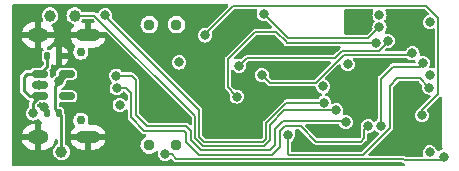
<source format=gbr>
%TF.GenerationSoftware,KiCad,Pcbnew,(6.0.2)*%
%TF.CreationDate,2022-07-11T18:19:18+02:00*%
%TF.ProjectId,ESP32-MicroView,45535033-322d-44d6-9963-726f56696577,rev?*%
%TF.SameCoordinates,Original*%
%TF.FileFunction,Copper,L1,Top*%
%TF.FilePolarity,Positive*%
%FSLAX46Y46*%
G04 Gerber Fmt 4.6, Leading zero omitted, Abs format (unit mm)*
G04 Created by KiCad (PCBNEW (6.0.2)) date 2022-07-11 18:19:18*
%MOMM*%
%LPD*%
G01*
G04 APERTURE LIST*
G04 Aperture macros list*
%AMRoundRect*
0 Rectangle with rounded corners*
0 $1 Rounding radius*
0 $2 $3 $4 $5 $6 $7 $8 $9 X,Y pos of 4 corners*
0 Add a 4 corners polygon primitive as box body*
4,1,4,$2,$3,$4,$5,$6,$7,$8,$9,$2,$3,0*
0 Add four circle primitives for the rounded corners*
1,1,$1+$1,$2,$3*
1,1,$1+$1,$4,$5*
1,1,$1+$1,$6,$7*
1,1,$1+$1,$8,$9*
0 Add four rect primitives between the rounded corners*
20,1,$1+$1,$2,$3,$4,$5,0*
20,1,$1+$1,$4,$5,$6,$7,0*
20,1,$1+$1,$6,$7,$8,$9,0*
20,1,$1+$1,$8,$9,$2,$3,0*%
G04 Aperture macros list end*
%TA.AperFunction,SMDPad,CuDef*%
%ADD10RoundRect,0.150000X-0.512500X-0.150000X0.512500X-0.150000X0.512500X0.150000X-0.512500X0.150000X0*%
%TD*%
%TA.AperFunction,SMDPad,CuDef*%
%ADD11RoundRect,0.140000X0.140000X0.170000X-0.140000X0.170000X-0.140000X-0.170000X0.140000X-0.170000X0*%
%TD*%
%TA.AperFunction,SMDPad,CuDef*%
%ADD12C,1.000000*%
%TD*%
%TA.AperFunction,SMDPad,CuDef*%
%ADD13RoundRect,0.140000X-0.140000X-0.170000X0.140000X-0.170000X0.140000X0.170000X-0.140000X0.170000X0*%
%TD*%
%TA.AperFunction,ComponentPad*%
%ADD14C,0.750000*%
%TD*%
%TA.AperFunction,ComponentPad*%
%ADD15O,1.800000X1.200000*%
%TD*%
%TA.AperFunction,ComponentPad*%
%ADD16O,2.000000X1.100000*%
%TD*%
%TA.AperFunction,ComponentPad*%
%ADD17C,0.950000*%
%TD*%
%TA.AperFunction,ViaPad*%
%ADD18C,0.800000*%
%TD*%
%TA.AperFunction,Conductor*%
%ADD19C,0.245000*%
%TD*%
%TA.AperFunction,Conductor*%
%ADD20C,0.127000*%
%TD*%
G04 APERTURE END LIST*
D10*
%TO.P,U2,1,VIN*%
%TO.N,+5V*%
X67747300Y-42534800D03*
%TO.P,U2,2,VSS*%
%TO.N,GND*%
X67747300Y-43484800D03*
%TO.P,U2,3,CE*%
%TO.N,+5V*%
X67747300Y-44434800D03*
%TO.P,U2,4,NC*%
%TO.N,unconnected-(U2-Pad4)*%
X70022300Y-44434800D03*
%TO.P,U2,5,VOUT*%
%TO.N,+3V3*%
X70022300Y-42534800D03*
%TD*%
D11*
%TO.P,C10,1*%
%TO.N,+3V3*%
X69364800Y-45872400D03*
%TO.P,C10,2*%
%TO.N,GND*%
X68404800Y-45872400D03*
%TD*%
D12*
%TO.P,J2,1,Pin_1*%
%TO.N,RX*%
X70713600Y-37592000D03*
%TD*%
%TO.P,J3,1,Pin_1*%
%TO.N,TX*%
X68630800Y-37592000D03*
%TD*%
D13*
%TO.P,C5,1*%
%TO.N,+5V*%
X68404800Y-40995600D03*
%TO.P,C5,2*%
%TO.N,GND*%
X69364800Y-40995600D03*
%TD*%
D12*
%TO.P,J1,1,Pin_1*%
%TO.N,+3V3*%
X69596000Y-49123600D03*
%TD*%
D14*
%TO.P,USBC1,*%
%TO.N,*%
X71232900Y-46449200D03*
X71232900Y-40669200D03*
D15*
%TO.P,USBC1,0,0*%
%TO.N,GND*%
X67642900Y-39239200D03*
D16*
X71842900Y-47879200D03*
X71842900Y-39239200D03*
D15*
X67642900Y-47879200D03*
%TD*%
D17*
%TO.P,S2,*%
%TO.N,*%
X77031200Y-38358000D03*
X79331200Y-38358000D03*
%TD*%
%TO.P,S1,*%
%TO.N,*%
X79331200Y-48552300D03*
X77031200Y-48552300D03*
%TD*%
D18*
%TO.N,+5V*%
X67208400Y-45872400D03*
%TO.N,GND*%
X95300800Y-37541200D03*
X70053200Y-39725600D03*
X100787200Y-39580100D03*
X89865200Y-44043600D03*
X66090800Y-46990000D03*
X89865200Y-48463200D03*
X92198775Y-47294800D03*
X83820000Y-39725600D03*
X68122800Y-45364400D03*
X97332800Y-48818800D03*
X87934800Y-40386000D03*
X95808800Y-42570400D03*
X98755200Y-37541200D03*
X67665600Y-43484800D03*
%TO.N,EN*%
X78365595Y-49294748D03*
X101955600Y-49530000D03*
%TO.N,+3V3*%
X100787200Y-38150800D03*
X79552800Y-41554400D03*
X96520000Y-37541200D03*
X100787200Y-49174400D03*
X93827600Y-41706800D03*
X91744800Y-43586400D03*
X100838000Y-42621200D03*
X69410350Y-43146750D03*
X74523600Y-45161200D03*
%TO.N,LCD_RESET*%
X84429600Y-44450000D03*
X96226000Y-39881364D03*
%TO.N,LCD_RS*%
X88788391Y-47666600D03*
X100736400Y-43688000D03*
%TO.N,LCD_DATA*%
X86560600Y-42621200D03*
X99314000Y-40795000D03*
%TO.N,IO2*%
X96520000Y-38540703D03*
X86715600Y-37439600D03*
%TO.N,LCD_CS*%
X97212451Y-39720369D03*
X84632800Y-41838702D03*
%TO.N,RX*%
X92862400Y-45618400D03*
%TO.N,TX*%
X73290612Y-37554988D03*
X91795600Y-44955400D03*
X68732400Y-37592000D03*
%TO.N,LCD_BL*%
X100172700Y-41605200D03*
X96621600Y-46939200D03*
%TO.N,UPLOAD*%
X100124200Y-46024800D03*
X81737200Y-39268400D03*
%TO.N,USB_N*%
X95554800Y-46939211D03*
X74268881Y-43734879D03*
%TO.N,USB_P*%
X93675200Y-46612691D03*
X74218800Y-42672000D03*
%TD*%
D19*
%TO.N,+5V*%
X67747300Y-42534800D02*
X67367263Y-42534800D01*
X68404800Y-41877300D02*
X67747300Y-42534800D01*
X67352063Y-42519600D02*
X66649600Y-42519600D01*
X66888400Y-44434800D02*
X67747300Y-44434800D01*
X66395600Y-42773600D02*
X66395600Y-43942000D01*
X67208400Y-45872400D02*
X67208400Y-44973700D01*
X66395600Y-43942000D02*
X66888400Y-44434800D01*
X67208400Y-44973700D02*
X67747300Y-44434800D01*
X66649600Y-42519600D02*
X66395600Y-42773600D01*
X67367263Y-42534800D02*
X67352063Y-42519600D01*
X68404800Y-40995600D02*
X68404800Y-41877300D01*
D20*
%TO.N,EN*%
X98552000Y-49733200D02*
X98656211Y-49837411D01*
X78911148Y-49294748D02*
X79331978Y-49715578D01*
X98656211Y-49837411D02*
X101648189Y-49837411D01*
X78365595Y-49294748D02*
X78911148Y-49294748D01*
X79331978Y-49715578D02*
X79349600Y-49733200D01*
X79349600Y-49733200D02*
X98552000Y-49733200D01*
X101648189Y-49837411D02*
X101955600Y-49530000D01*
D19*
%TO.N,+3V3*%
X69596000Y-49123600D02*
X69596000Y-46103600D01*
X69596000Y-46103600D02*
X69364800Y-45872400D01*
X69037780Y-45545380D02*
X69364800Y-45872400D01*
X69037780Y-43519320D02*
X69037780Y-45545380D01*
X70022300Y-42534800D02*
X69037780Y-43519320D01*
D20*
%TO.N,LCD_RESET*%
X83667600Y-43637200D02*
X83667600Y-41300400D01*
X84328000Y-44297600D02*
X83667600Y-43637200D01*
X83667600Y-41300400D02*
X86004400Y-38963600D01*
X86004400Y-38963600D02*
X87777831Y-38963600D01*
X87777831Y-38963600D02*
X88649364Y-39835134D01*
X88649364Y-39881364D02*
X96226000Y-39881364D01*
X88649364Y-39835134D02*
X88649364Y-39881364D01*
%TO.N,LCD_RS*%
X88788391Y-49295071D02*
X88788391Y-47666600D01*
X100736400Y-43688000D02*
X99923600Y-42875200D01*
X99923600Y-42875200D02*
X98044000Y-42875200D01*
X88900000Y-49406680D02*
X88788391Y-49295071D01*
X98044000Y-42875200D02*
X97383600Y-43535600D01*
X97383600Y-47114840D02*
X95091760Y-49406680D01*
X95091760Y-49406680D02*
X88900000Y-49406680D01*
X97383600Y-43535600D02*
X97383600Y-47114840D01*
%TO.N,LCD_DATA*%
X87221000Y-43281600D02*
X86560600Y-42621200D01*
X91111960Y-43281600D02*
X87221000Y-43281600D01*
X93499560Y-40894000D02*
X91111960Y-43281600D01*
X99215000Y-40894000D02*
X93499560Y-40894000D01*
X99314000Y-40795000D02*
X99215000Y-40894000D01*
%TO.N,IO2*%
X86715600Y-37439600D02*
X88747600Y-39471600D01*
X88747600Y-39471600D02*
X95589103Y-39471600D01*
X95589103Y-39471600D02*
X96520000Y-38540703D01*
%TO.N,LCD_CS*%
X97212451Y-39720369D02*
X97212451Y-39832553D01*
X93364310Y-40567480D02*
X92746895Y-41184895D01*
X85286607Y-41184895D02*
X84632800Y-41838702D01*
X97212451Y-39832553D02*
X96477524Y-40567480D01*
X96477524Y-40567480D02*
X93364310Y-40567480D01*
X92746895Y-41184895D02*
X85286607Y-41184895D01*
%TO.N,RX*%
X80924400Y-46126400D02*
X72390000Y-37592000D01*
X81548908Y-48612538D02*
X80924400Y-47988030D01*
X88442800Y-45618400D02*
X87223600Y-46837600D01*
X86769462Y-48612538D02*
X81548908Y-48612538D01*
X80924400Y-47988030D02*
X80924400Y-46126400D01*
X72390000Y-37592000D02*
X70713600Y-37592000D01*
X87223600Y-46837600D02*
X87223600Y-48158400D01*
X87223600Y-48158400D02*
X86769462Y-48612538D01*
X92862400Y-45618400D02*
X88442800Y-45618400D01*
%TO.N,TX*%
X81250920Y-45589320D02*
X73290612Y-37629012D01*
X81250920Y-47852780D02*
X81250920Y-45991151D01*
X88116280Y-45483151D02*
X86897080Y-46702351D01*
X91795600Y-44955400D02*
X88644030Y-44955400D01*
X73290612Y-37629012D02*
X73290612Y-37554988D01*
X86897080Y-46702351D02*
X86897080Y-47802800D01*
X86897080Y-48023150D02*
X86634212Y-48286018D01*
X81250920Y-45991151D02*
X81250920Y-45991150D01*
X81250920Y-45991150D02*
X81250920Y-45589320D01*
X86897080Y-47802800D02*
X86897080Y-48023150D01*
X88644030Y-44955400D02*
X88116280Y-45483151D01*
X86634212Y-48286018D02*
X81684158Y-48286018D01*
X81684158Y-48286018D02*
X81250920Y-47852780D01*
%TO.N,LCD_BL*%
X100172700Y-41605200D02*
X99923600Y-41854300D01*
X97637600Y-41910000D02*
X99923600Y-41910000D01*
X99923600Y-41854300D02*
X99923600Y-41910000D01*
X96621600Y-46837600D02*
X96621600Y-46939200D01*
X96621600Y-42926000D02*
X97637600Y-41910000D01*
X96621600Y-42926000D02*
X96621600Y-46837600D01*
%TO.N,UPLOAD*%
X101501011Y-41963411D02*
X101501011Y-37797811D01*
X100124200Y-46024800D02*
X100124200Y-45570200D01*
X101501011Y-37797811D02*
X100479789Y-36776589D01*
X84731789Y-36776589D02*
X84127411Y-36776589D01*
X100479789Y-36776589D02*
X84731789Y-36776589D01*
X81737200Y-39166800D02*
X81737200Y-39268400D01*
X84127411Y-36776589D02*
X81737200Y-39166800D01*
X101501011Y-44193389D02*
X101501011Y-41963411D01*
X100124200Y-45570200D02*
X101501011Y-44193389D01*
%TO.N,USB_N*%
X95554800Y-46939211D02*
X95218320Y-47275691D01*
X80140600Y-47540400D02*
X79967600Y-47367400D01*
X79967600Y-47367400D02*
X76614800Y-47367400D01*
X75467000Y-46219600D02*
X75467000Y-44174200D01*
X94945200Y-48260000D02*
X91146400Y-48260000D01*
X80140600Y-48302400D02*
X80140600Y-47540400D01*
X95218320Y-47986880D02*
X94945200Y-48260000D01*
X89853489Y-46967089D02*
X88498643Y-46967089D01*
X87431520Y-49389058D02*
X81227258Y-49389058D01*
X81227258Y-49389058D02*
X80140600Y-48302400D01*
X91146400Y-48260000D02*
X89853489Y-46967089D01*
X88498643Y-46967089D02*
X88088880Y-47376852D01*
X95218320Y-47275691D02*
X95218320Y-47986880D01*
X88088880Y-48731698D02*
X87431520Y-49389058D01*
X75027679Y-43734879D02*
X74268881Y-43734879D01*
X75467000Y-44174200D02*
X75027679Y-43734879D01*
X88088880Y-47376852D02*
X88088880Y-48731698D01*
X76614800Y-47367400D02*
X75467000Y-46219600D01*
%TO.N,USB_P*%
X75539600Y-42672000D02*
X75917000Y-43049400D01*
X76801200Y-46917400D02*
X75917000Y-46033200D01*
X87245122Y-48939058D02*
X81413658Y-48939058D01*
X80590600Y-47354000D02*
X80154000Y-46917400D01*
X80590600Y-48116000D02*
X80590600Y-47354000D01*
X75917000Y-46033200D02*
X75917000Y-44407600D01*
X75917000Y-43049400D02*
X75917000Y-44407600D01*
X80154000Y-46917400D02*
X76801200Y-46917400D01*
X89667082Y-46517098D02*
X89900298Y-46517098D01*
X87638889Y-48545291D02*
X87245122Y-48939058D01*
X81413658Y-48939058D02*
X80590600Y-48116000D01*
X74218800Y-42672000D02*
X75539600Y-42672000D01*
X88312250Y-46517098D02*
X87638889Y-47190460D01*
X89667082Y-46517098D02*
X88312250Y-46517098D01*
X87638889Y-47190460D02*
X87638889Y-48545291D01*
X89900298Y-46517098D02*
X93579607Y-46517098D01*
X93579607Y-46517098D02*
X93675200Y-46612691D01*
%TD*%
%TA.AperFunction,Conductor*%
%TO.N,GND*%
G36*
X83667278Y-36647302D02*
G01*
X83713771Y-36700958D01*
X83723875Y-36771232D01*
X83694381Y-36835812D01*
X83688252Y-36842395D01*
X81896659Y-38633989D01*
X81834347Y-38668014D01*
X81791118Y-38669816D01*
X81745390Y-38663796D01*
X81745388Y-38663796D01*
X81737200Y-38662718D01*
X81729012Y-38663796D01*
X81609910Y-38679476D01*
X81580438Y-38683356D01*
X81434359Y-38743864D01*
X81308918Y-38840118D01*
X81212664Y-38965559D01*
X81152156Y-39111638D01*
X81151078Y-39119826D01*
X81149733Y-39130042D01*
X81131518Y-39268400D01*
X81132596Y-39276588D01*
X81150289Y-39410977D01*
X81152156Y-39425162D01*
X81212664Y-39571241D01*
X81308918Y-39696682D01*
X81434359Y-39792936D01*
X81580438Y-39853444D01*
X81737200Y-39874082D01*
X81745388Y-39873004D01*
X81885774Y-39854522D01*
X81893962Y-39853444D01*
X82040041Y-39792936D01*
X82165482Y-39696682D01*
X82261736Y-39571241D01*
X82322244Y-39425162D01*
X82324112Y-39410977D01*
X82341804Y-39276588D01*
X82342882Y-39268400D01*
X82333990Y-39200860D01*
X82323322Y-39119824D01*
X82323321Y-39119822D01*
X82322244Y-39111638D01*
X82319084Y-39104009D01*
X82319083Y-39104005D01*
X82308616Y-39078734D01*
X82301027Y-39008144D01*
X82335930Y-38941422D01*
X84199859Y-37077494D01*
X84262171Y-37043468D01*
X84288954Y-37040589D01*
X86042326Y-37040589D01*
X86110447Y-37060591D01*
X86156940Y-37114247D01*
X86167044Y-37184521D01*
X86158735Y-37214807D01*
X86134971Y-37272180D01*
X86130556Y-37282838D01*
X86129478Y-37291026D01*
X86124929Y-37325579D01*
X86109918Y-37439600D01*
X86130556Y-37596362D01*
X86191064Y-37742441D01*
X86287318Y-37867882D01*
X86412759Y-37964136D01*
X86558838Y-38024644D01*
X86567026Y-38025722D01*
X86637219Y-38034963D01*
X86715600Y-38045282D01*
X86723788Y-38044204D01*
X86859298Y-38026364D01*
X86929447Y-38037303D01*
X86964839Y-38062191D01*
X87387153Y-38484505D01*
X87421179Y-38546817D01*
X87416114Y-38617632D01*
X87373567Y-38674468D01*
X87307047Y-38699279D01*
X87298058Y-38699600D01*
X86042806Y-38699600D01*
X86018226Y-38697179D01*
X86016572Y-38696850D01*
X86004400Y-38694429D01*
X85992228Y-38696850D01*
X85978407Y-38699599D01*
X85978399Y-38699600D01*
X85978396Y-38699600D01*
X85978391Y-38699601D01*
X85913562Y-38712496D01*
X85913561Y-38712497D01*
X85901392Y-38714917D01*
X85814067Y-38773267D01*
X85806228Y-38784999D01*
X85790562Y-38804086D01*
X83508086Y-41086562D01*
X83488999Y-41102228D01*
X83477267Y-41110067D01*
X83462538Y-41132110D01*
X83418917Y-41197392D01*
X83416497Y-41209561D01*
X83416496Y-41209562D01*
X83401322Y-41285851D01*
X83398428Y-41300400D01*
X83400849Y-41312571D01*
X83400849Y-41312573D01*
X83401179Y-41314232D01*
X83403600Y-41338812D01*
X83403600Y-43598788D01*
X83401179Y-43623368D01*
X83398428Y-43637200D01*
X83400849Y-43649371D01*
X83403600Y-43663202D01*
X83416049Y-43725788D01*
X83418917Y-43740208D01*
X83477267Y-43827533D01*
X83488996Y-43835370D01*
X83508084Y-43851036D01*
X83816340Y-44159293D01*
X83850365Y-44221605D01*
X83848952Y-44280996D01*
X83847717Y-44285608D01*
X83844556Y-44293238D01*
X83823918Y-44450000D01*
X83844556Y-44606762D01*
X83905064Y-44752841D01*
X84001318Y-44878282D01*
X84126759Y-44974536D01*
X84272838Y-45035044D01*
X84429600Y-45055682D01*
X84437788Y-45054604D01*
X84578174Y-45036122D01*
X84586362Y-45035044D01*
X84732441Y-44974536D01*
X84857882Y-44878282D01*
X84954136Y-44752841D01*
X85014644Y-44606762D01*
X85035282Y-44450000D01*
X85014644Y-44293238D01*
X84954136Y-44147159D01*
X84877021Y-44046660D01*
X84862905Y-44028264D01*
X84857882Y-44021718D01*
X84848713Y-44014682D01*
X84762540Y-43948560D01*
X84732441Y-43925464D01*
X84586362Y-43864956D01*
X84429600Y-43844318D01*
X84330794Y-43857326D01*
X84260645Y-43846387D01*
X84225253Y-43821500D01*
X83968505Y-43564753D01*
X83934480Y-43502440D01*
X83931600Y-43475657D01*
X83931600Y-42282495D01*
X83951602Y-42214374D01*
X84005258Y-42167881D01*
X84075532Y-42157777D01*
X84140112Y-42187271D01*
X84157563Y-42205791D01*
X84161470Y-42210882D01*
X84204518Y-42266984D01*
X84211064Y-42272007D01*
X84214305Y-42274494D01*
X84329959Y-42363238D01*
X84476038Y-42423746D01*
X84632800Y-42444384D01*
X84640988Y-42443306D01*
X84781374Y-42424824D01*
X84789562Y-42423746D01*
X84935641Y-42363238D01*
X85051295Y-42274494D01*
X85054536Y-42272007D01*
X85061082Y-42266984D01*
X85157336Y-42141543D01*
X85217844Y-41995464D01*
X85238482Y-41838702D01*
X85219564Y-41695005D01*
X85230503Y-41624856D01*
X85255391Y-41589464D01*
X85359055Y-41485800D01*
X85421367Y-41451774D01*
X85448150Y-41448895D01*
X92267123Y-41448895D01*
X92335244Y-41468897D01*
X92381737Y-41522553D01*
X92391841Y-41592827D01*
X92362347Y-41657407D01*
X92356218Y-41663990D01*
X91039513Y-42980695D01*
X90977201Y-43014721D01*
X90950418Y-43017600D01*
X87382543Y-43017600D01*
X87314422Y-42997598D01*
X87293448Y-42980695D01*
X87183191Y-42870438D01*
X87149165Y-42808126D01*
X87147364Y-42764897D01*
X87148310Y-42757710D01*
X87166282Y-42621200D01*
X87145644Y-42464438D01*
X87085136Y-42318359D01*
X86988882Y-42192918D01*
X86959612Y-42170458D01*
X86925527Y-42144304D01*
X86863441Y-42096664D01*
X86717362Y-42036156D01*
X86708354Y-42034970D01*
X86568788Y-42016596D01*
X86560600Y-42015518D01*
X86552412Y-42016596D01*
X86412847Y-42034970D01*
X86403838Y-42036156D01*
X86257759Y-42096664D01*
X86195673Y-42144304D01*
X86161589Y-42170458D01*
X86132318Y-42192918D01*
X86036064Y-42318359D01*
X85975556Y-42464438D01*
X85954918Y-42621200D01*
X85955996Y-42629388D01*
X85967724Y-42718468D01*
X85975556Y-42777962D01*
X86036064Y-42924041D01*
X86132318Y-43049482D01*
X86138864Y-43054505D01*
X86166092Y-43075398D01*
X86257759Y-43145736D01*
X86403838Y-43206244D01*
X86560600Y-43226882D01*
X86568788Y-43225804D01*
X86704297Y-43207964D01*
X86774446Y-43218903D01*
X86809838Y-43243791D01*
X87007164Y-43441117D01*
X87022830Y-43460204D01*
X87030667Y-43471933D01*
X87052707Y-43486660D01*
X87052710Y-43486663D01*
X87117992Y-43530283D01*
X87221000Y-43550772D01*
X87233171Y-43548351D01*
X87233173Y-43548351D01*
X87234832Y-43548021D01*
X87259412Y-43545600D01*
X91023248Y-43545600D01*
X91091369Y-43565602D01*
X91137862Y-43619258D01*
X91148169Y-43655151D01*
X91152494Y-43688000D01*
X91158666Y-43734879D01*
X91159756Y-43743162D01*
X91220264Y-43889241D01*
X91282682Y-43970586D01*
X91307451Y-44002865D01*
X91316518Y-44014682D01*
X91323064Y-44019705D01*
X91326082Y-44022021D01*
X91441959Y-44110936D01*
X91568041Y-44163161D01*
X91572510Y-44165012D01*
X91627791Y-44209560D01*
X91650212Y-44276924D01*
X91632654Y-44345715D01*
X91580692Y-44394093D01*
X91572510Y-44397830D01*
X91492759Y-44430864D01*
X91367318Y-44527118D01*
X91362295Y-44533664D01*
X91362291Y-44533668D01*
X91279085Y-44642104D01*
X91221747Y-44683971D01*
X91179123Y-44691400D01*
X88682442Y-44691400D01*
X88657862Y-44688979D01*
X88656203Y-44688649D01*
X88656201Y-44688649D01*
X88644030Y-44686228D01*
X88630109Y-44688997D01*
X88618028Y-44691400D01*
X88553192Y-44704296D01*
X88553191Y-44704297D01*
X88541022Y-44706717D01*
X88453697Y-44765067D01*
X88445858Y-44776799D01*
X88430192Y-44795886D01*
X87911217Y-45314861D01*
X87911215Y-45314864D01*
X86737566Y-46488513D01*
X86718479Y-46504179D01*
X86706747Y-46512018D01*
X86692018Y-46534061D01*
X86648397Y-46599343D01*
X86645977Y-46611512D01*
X86645976Y-46611513D01*
X86632897Y-46677268D01*
X86627908Y-46702351D01*
X86630329Y-46714522D01*
X86630329Y-46714524D01*
X86630659Y-46716183D01*
X86633080Y-46740763D01*
X86633080Y-47861608D01*
X86613078Y-47929729D01*
X86596175Y-47950703D01*
X86561765Y-47985113D01*
X86499453Y-48019139D01*
X86472670Y-48022018D01*
X81845700Y-48022018D01*
X81777579Y-48002016D01*
X81756605Y-47985113D01*
X81551825Y-47780333D01*
X81517799Y-47718021D01*
X81514920Y-47691238D01*
X81514920Y-45627732D01*
X81517341Y-45603152D01*
X81517671Y-45601493D01*
X81517671Y-45601491D01*
X81520092Y-45589320D01*
X81499603Y-45486313D01*
X81499603Y-45486312D01*
X81482235Y-45460320D01*
X81471410Y-45444118D01*
X81468051Y-45439092D01*
X81455983Y-45421030D01*
X81455980Y-45421027D01*
X81441253Y-45398987D01*
X81429524Y-45391150D01*
X81410437Y-45375484D01*
X77659809Y-41624856D01*
X77589353Y-41554400D01*
X78947118Y-41554400D01*
X78967756Y-41711162D01*
X78970916Y-41718791D01*
X78975332Y-41729453D01*
X79028264Y-41857241D01*
X79124518Y-41982682D01*
X79131064Y-41987705D01*
X79143692Y-41997395D01*
X79249959Y-42078936D01*
X79396038Y-42139444D01*
X79404226Y-42140522D01*
X79456956Y-42147464D01*
X79552800Y-42160082D01*
X79560988Y-42159004D01*
X79701374Y-42140522D01*
X79709562Y-42139444D01*
X79855641Y-42078936D01*
X79961908Y-41997395D01*
X79974536Y-41987705D01*
X79981082Y-41982682D01*
X80077336Y-41857241D01*
X80130268Y-41729453D01*
X80134684Y-41718791D01*
X80137844Y-41711162D01*
X80158482Y-41554400D01*
X80142344Y-41431820D01*
X80138922Y-41405826D01*
X80137844Y-41397638D01*
X80077336Y-41251559D01*
X79981082Y-41126118D01*
X79855641Y-41029864D01*
X79709562Y-40969356D01*
X79552800Y-40948718D01*
X79396038Y-40969356D01*
X79249959Y-41029864D01*
X79124518Y-41126118D01*
X79028264Y-41251559D01*
X78967756Y-41397638D01*
X78966678Y-41405826D01*
X78963256Y-41431820D01*
X78947118Y-41554400D01*
X77589353Y-41554400D01*
X74433542Y-38398590D01*
X76281723Y-38398590D01*
X76282963Y-38405805D01*
X76282963Y-38405808D01*
X76309923Y-38562702D01*
X76311163Y-38569918D01*
X76379227Y-38729879D01*
X76482264Y-38869891D01*
X76614748Y-38982444D01*
X76769571Y-39061500D01*
X76776677Y-39063239D01*
X76776680Y-39063240D01*
X76839999Y-39078734D01*
X76938428Y-39102820D01*
X76945929Y-39103285D01*
X76947449Y-39103380D01*
X76947462Y-39103380D01*
X76949390Y-39103500D01*
X77074730Y-39103500D01*
X77165429Y-39092926D01*
X77196598Y-39089292D01*
X77196600Y-39089292D01*
X77203870Y-39088444D01*
X77210747Y-39085948D01*
X77210750Y-39085947D01*
X77360398Y-39031627D01*
X77367277Y-39029130D01*
X77512656Y-38933815D01*
X77632209Y-38807612D01*
X77673937Y-38735772D01*
X77715844Y-38663624D01*
X77715845Y-38663621D01*
X77719522Y-38657291D01*
X77769913Y-38490915D01*
X77770430Y-38482592D01*
X77775641Y-38398590D01*
X78581723Y-38398590D01*
X78582963Y-38405805D01*
X78582963Y-38405808D01*
X78609923Y-38562702D01*
X78611163Y-38569918D01*
X78679227Y-38729879D01*
X78782264Y-38869891D01*
X78914748Y-38982444D01*
X79069571Y-39061500D01*
X79076677Y-39063239D01*
X79076680Y-39063240D01*
X79139999Y-39078734D01*
X79238428Y-39102820D01*
X79245929Y-39103285D01*
X79247449Y-39103380D01*
X79247462Y-39103380D01*
X79249390Y-39103500D01*
X79374730Y-39103500D01*
X79465429Y-39092926D01*
X79496598Y-39089292D01*
X79496600Y-39089292D01*
X79503870Y-39088444D01*
X79510747Y-39085948D01*
X79510750Y-39085947D01*
X79660398Y-39031627D01*
X79667277Y-39029130D01*
X79812656Y-38933815D01*
X79932209Y-38807612D01*
X79973937Y-38735772D01*
X80015844Y-38663624D01*
X80015845Y-38663621D01*
X80019522Y-38657291D01*
X80069913Y-38490915D01*
X80070430Y-38482592D01*
X80075726Y-38397221D01*
X80080677Y-38317410D01*
X80077655Y-38299819D01*
X80052477Y-38153298D01*
X80051237Y-38146082D01*
X79983173Y-37986121D01*
X79880136Y-37846109D01*
X79747652Y-37733556D01*
X79592829Y-37654500D01*
X79585723Y-37652761D01*
X79585720Y-37652760D01*
X79497984Y-37631291D01*
X79423972Y-37613180D01*
X79416471Y-37612715D01*
X79414951Y-37612620D01*
X79414938Y-37612620D01*
X79413010Y-37612500D01*
X79287670Y-37612500D01*
X79196971Y-37623074D01*
X79165802Y-37626708D01*
X79165800Y-37626708D01*
X79158530Y-37627556D01*
X79151653Y-37630052D01*
X79151650Y-37630053D01*
X79075129Y-37657829D01*
X78995123Y-37686870D01*
X78849744Y-37782185D01*
X78730191Y-37908388D01*
X78696666Y-37966105D01*
X78655312Y-38037303D01*
X78642878Y-38058709D01*
X78592487Y-38225085D01*
X78592034Y-38232394D01*
X78592033Y-38232397D01*
X78588312Y-38292377D01*
X78581723Y-38398590D01*
X77775641Y-38398590D01*
X77775726Y-38397221D01*
X77780677Y-38317410D01*
X77777655Y-38299819D01*
X77752477Y-38153298D01*
X77751237Y-38146082D01*
X77683173Y-37986121D01*
X77580136Y-37846109D01*
X77447652Y-37733556D01*
X77292829Y-37654500D01*
X77285723Y-37652761D01*
X77285720Y-37652760D01*
X77197984Y-37631291D01*
X77123972Y-37613180D01*
X77116471Y-37612715D01*
X77114951Y-37612620D01*
X77114938Y-37612620D01*
X77113010Y-37612500D01*
X76987670Y-37612500D01*
X76896971Y-37623074D01*
X76865802Y-37626708D01*
X76865800Y-37626708D01*
X76858530Y-37627556D01*
X76851653Y-37630052D01*
X76851650Y-37630053D01*
X76775129Y-37657829D01*
X76695123Y-37686870D01*
X76549744Y-37782185D01*
X76430191Y-37908388D01*
X76396666Y-37966105D01*
X76355312Y-38037303D01*
X76342878Y-38058709D01*
X76292487Y-38225085D01*
X76292034Y-38232394D01*
X76292033Y-38232397D01*
X76288312Y-38292377D01*
X76281723Y-38398590D01*
X74433542Y-38398590D01*
X73897418Y-37862466D01*
X73863392Y-37800154D01*
X73870105Y-37725151D01*
X73872496Y-37719379D01*
X73875656Y-37711750D01*
X73878932Y-37686870D01*
X73895216Y-37563176D01*
X73896294Y-37554988D01*
X73879007Y-37423680D01*
X73876734Y-37406414D01*
X73875656Y-37398226D01*
X73815148Y-37252147D01*
X73718894Y-37126706D01*
X73593453Y-37030452D01*
X73447374Y-36969944D01*
X73290612Y-36949306D01*
X73133850Y-36969944D01*
X72987771Y-37030452D01*
X72862330Y-37126706D01*
X72766076Y-37252147D01*
X72749972Y-37291026D01*
X72736058Y-37324617D01*
X72691509Y-37379897D01*
X72624146Y-37402318D01*
X72549648Y-37381164D01*
X72493008Y-37343317D01*
X72480839Y-37340897D01*
X72480838Y-37340896D01*
X72416002Y-37328000D01*
X72390000Y-37322828D01*
X72377829Y-37325249D01*
X72377827Y-37325249D01*
X72376168Y-37325579D01*
X72351588Y-37328000D01*
X71447119Y-37328000D01*
X71378998Y-37307998D01*
X71339443Y-37264735D01*
X71338945Y-37265077D01*
X71336489Y-37261504D01*
X71271256Y-37166589D01*
X71247214Y-37131608D01*
X71247213Y-37131607D01*
X71242912Y-37125349D01*
X71231114Y-37114837D01*
X71121992Y-37017612D01*
X71121988Y-37017610D01*
X71116321Y-37012560D01*
X70966481Y-36933224D01*
X70802041Y-36891919D01*
X70794443Y-36891879D01*
X70794441Y-36891879D01*
X70717268Y-36891475D01*
X70632495Y-36891031D01*
X70625108Y-36892805D01*
X70625104Y-36892805D01*
X70481762Y-36927220D01*
X70467632Y-36930612D01*
X70460888Y-36934093D01*
X70460885Y-36934094D01*
X70385305Y-36973104D01*
X70316969Y-37008375D01*
X70311247Y-37013367D01*
X70311245Y-37013368D01*
X70266989Y-37051975D01*
X70189204Y-37119831D01*
X70091713Y-37258547D01*
X70030124Y-37416513D01*
X70029132Y-37424046D01*
X70029132Y-37424047D01*
X70010302Y-37567083D01*
X70007994Y-37584611D01*
X70026599Y-37753135D01*
X70084866Y-37912356D01*
X70089102Y-37918659D01*
X70089102Y-37918660D01*
X70100031Y-37934924D01*
X70179430Y-38053083D01*
X70185042Y-38058190D01*
X70185045Y-38058193D01*
X70299212Y-38162077D01*
X70299216Y-38162080D01*
X70304833Y-38167191D01*
X70311506Y-38170814D01*
X70311510Y-38170817D01*
X70447158Y-38244467D01*
X70447160Y-38244468D01*
X70453835Y-38248092D01*
X70529647Y-38267981D01*
X70580118Y-38281222D01*
X70640933Y-38317856D01*
X70672288Y-38381554D01*
X70664229Y-38452091D01*
X70642708Y-38483947D01*
X70643790Y-38484842D01*
X70515462Y-38639963D01*
X70508603Y-38650131D01*
X70415779Y-38821807D01*
X70411029Y-38833107D01*
X70369305Y-38967893D01*
X70369099Y-38981995D01*
X70375855Y-38985200D01*
X71570785Y-38985200D01*
X71586024Y-38980725D01*
X71587229Y-38979335D01*
X71588900Y-38971652D01*
X71588900Y-38199315D01*
X71584425Y-38184076D01*
X71583035Y-38182871D01*
X71575352Y-38181200D01*
X71398552Y-38181200D01*
X71330431Y-38161198D01*
X71283938Y-38107542D01*
X71273834Y-38037268D01*
X71296229Y-37981674D01*
X71327530Y-37938113D01*
X71331961Y-37931947D01*
X71334794Y-37924900D01*
X71336773Y-37921300D01*
X71387117Y-37871241D01*
X71447188Y-37856000D01*
X72228458Y-37856000D01*
X72296579Y-37876002D01*
X72317553Y-37892905D01*
X72390753Y-37966105D01*
X72424779Y-38028417D01*
X72419714Y-38099232D01*
X72377167Y-38156068D01*
X72310647Y-38180879D01*
X72301658Y-38181200D01*
X72115015Y-38181200D01*
X72099776Y-38185675D01*
X72098571Y-38187065D01*
X72096900Y-38194748D01*
X72096900Y-38967085D01*
X72101375Y-38982324D01*
X72102765Y-38983529D01*
X72110448Y-38985200D01*
X73302947Y-38985200D01*
X73313856Y-38981997D01*
X73384853Y-38981999D01*
X73438447Y-39013799D01*
X80623495Y-46198847D01*
X80657521Y-46261159D01*
X80660400Y-46287942D01*
X80660400Y-46746257D01*
X80640398Y-46814378D01*
X80586742Y-46860871D01*
X80516468Y-46870975D01*
X80451888Y-46841481D01*
X80445305Y-46835352D01*
X80367836Y-46757883D01*
X80352170Y-46738796D01*
X80344333Y-46727067D01*
X80257008Y-46668717D01*
X80244839Y-46666297D01*
X80244838Y-46666296D01*
X80180002Y-46653400D01*
X80154000Y-46648228D01*
X80141829Y-46650649D01*
X80141827Y-46650649D01*
X80140168Y-46650979D01*
X80115588Y-46653400D01*
X76962744Y-46653400D01*
X76894623Y-46633398D01*
X76873649Y-46616496D01*
X76217905Y-45960753D01*
X76183880Y-45898440D01*
X76181000Y-45871657D01*
X76181000Y-43087806D01*
X76183421Y-43063226D01*
X76183750Y-43061572D01*
X76186171Y-43049400D01*
X76181000Y-43023402D01*
X76181000Y-43023398D01*
X76169655Y-42966362D01*
X76168104Y-42958562D01*
X76168103Y-42958561D01*
X76165683Y-42946392D01*
X76107333Y-42859067D01*
X76095601Y-42851228D01*
X76076514Y-42835562D01*
X75753438Y-42512486D01*
X75737772Y-42493399D01*
X75729933Y-42481667D01*
X75642608Y-42423317D01*
X75630439Y-42420897D01*
X75630438Y-42420896D01*
X75565602Y-42408000D01*
X75539600Y-42402828D01*
X75527429Y-42405249D01*
X75527427Y-42405249D01*
X75525768Y-42405579D01*
X75501188Y-42408000D01*
X74835277Y-42408000D01*
X74767156Y-42387998D01*
X74735315Y-42358704D01*
X74652109Y-42250268D01*
X74652105Y-42250264D01*
X74647082Y-42243718D01*
X74628952Y-42229806D01*
X74573547Y-42187293D01*
X74521641Y-42147464D01*
X74375562Y-42086956D01*
X74338647Y-42082096D01*
X74226988Y-42067396D01*
X74218800Y-42066318D01*
X74210612Y-42067396D01*
X74098954Y-42082096D01*
X74062038Y-42086956D01*
X73915959Y-42147464D01*
X73864053Y-42187293D01*
X73808649Y-42229806D01*
X73790518Y-42243718D01*
X73694264Y-42369159D01*
X73633756Y-42515238D01*
X73613118Y-42672000D01*
X73633756Y-42828762D01*
X73694264Y-42974841D01*
X73790518Y-43100282D01*
X73797064Y-43105305D01*
X73797065Y-43105306D01*
X73822471Y-43124801D01*
X73864338Y-43182139D01*
X73868559Y-43253010D01*
X73839394Y-43305673D01*
X73840599Y-43306597D01*
X73744345Y-43432038D01*
X73683837Y-43578117D01*
X73682759Y-43586305D01*
X73681669Y-43594588D01*
X73663199Y-43734879D01*
X73664651Y-43745906D01*
X73682517Y-43881611D01*
X73683837Y-43891641D01*
X73744345Y-44037720D01*
X73800735Y-44111209D01*
X73823294Y-44140608D01*
X73840599Y-44163161D01*
X73966040Y-44259415D01*
X74112119Y-44319923D01*
X74268881Y-44340561D01*
X74297386Y-44336808D01*
X74367533Y-44347747D01*
X74380448Y-44359210D01*
X74430431Y-44317940D01*
X74508484Y-44285609D01*
X74571722Y-44259415D01*
X74697163Y-44163161D01*
X74714469Y-44140608D01*
X74737027Y-44111209D01*
X74777049Y-44059051D01*
X74834387Y-44017184D01*
X74905258Y-44012962D01*
X74966108Y-44046660D01*
X75066606Y-44147159D01*
X75166096Y-44246649D01*
X75200121Y-44308961D01*
X75203000Y-44335744D01*
X75203000Y-44688997D01*
X75182998Y-44757118D01*
X75129342Y-44803611D01*
X75059068Y-44813715D01*
X74994488Y-44784221D01*
X74977037Y-44765700D01*
X74956908Y-44739467D01*
X74956905Y-44739464D01*
X74951882Y-44732918D01*
X74826441Y-44636664D01*
X74680362Y-44576156D01*
X74523600Y-44555518D01*
X74495095Y-44559271D01*
X74424948Y-44548332D01*
X74412033Y-44536869D01*
X74362050Y-44578139D01*
X74359209Y-44579316D01*
X74220759Y-44636664D01*
X74095318Y-44732918D01*
X74090295Y-44739464D01*
X74086111Y-44744917D01*
X73999064Y-44858359D01*
X73938556Y-45004438D01*
X73917918Y-45161200D01*
X73938556Y-45317962D01*
X73999064Y-45464041D01*
X74095318Y-45589482D01*
X74101864Y-45594505D01*
X74110971Y-45601493D01*
X74220759Y-45685736D01*
X74366838Y-45746244D01*
X74523600Y-45766882D01*
X74531788Y-45765804D01*
X74672174Y-45747322D01*
X74680362Y-45746244D01*
X74826441Y-45685736D01*
X74936229Y-45601493D01*
X74945336Y-45594505D01*
X74951882Y-45589482D01*
X74956905Y-45582936D01*
X74956908Y-45582933D01*
X74977037Y-45556700D01*
X75034375Y-45514832D01*
X75105246Y-45510610D01*
X75167149Y-45545374D01*
X75200430Y-45608086D01*
X75203000Y-45633403D01*
X75203000Y-46181188D01*
X75200579Y-46205768D01*
X75197828Y-46219600D01*
X75201041Y-46235752D01*
X75203000Y-46245602D01*
X75205055Y-46255931D01*
X75218317Y-46322608D01*
X75276667Y-46409933D01*
X75288399Y-46417772D01*
X75307486Y-46433438D01*
X76400962Y-47526914D01*
X76416628Y-47546001D01*
X76424467Y-47557733D01*
X76511792Y-47616083D01*
X76523961Y-47618503D01*
X76523962Y-47618504D01*
X76588791Y-47631399D01*
X76588796Y-47631400D01*
X76588799Y-47631400D01*
X76588807Y-47631401D01*
X76614800Y-47636571D01*
X76628626Y-47633821D01*
X76653206Y-47631400D01*
X76666819Y-47631400D01*
X76734940Y-47651402D01*
X76781433Y-47705058D01*
X76791537Y-47775332D01*
X76762043Y-47839912D01*
X76709809Y-47875839D01*
X76702004Y-47878672D01*
X76702002Y-47878673D01*
X76695123Y-47881170D01*
X76549744Y-47976485D01*
X76430191Y-48102688D01*
X76426514Y-48109019D01*
X76378817Y-48191136D01*
X76342878Y-48253009D01*
X76292487Y-48419385D01*
X76292034Y-48426694D01*
X76292033Y-48426697D01*
X76291275Y-48438924D01*
X76281723Y-48592890D01*
X76282963Y-48600105D01*
X76282963Y-48600108D01*
X76303170Y-48717700D01*
X76311163Y-48764218D01*
X76379227Y-48924179D01*
X76482264Y-49064191D01*
X76614748Y-49176744D01*
X76769571Y-49255800D01*
X76776677Y-49257539D01*
X76776680Y-49257540D01*
X76856966Y-49277186D01*
X76938428Y-49297120D01*
X76945929Y-49297585D01*
X76947449Y-49297680D01*
X76947462Y-49297680D01*
X76949390Y-49297800D01*
X77074730Y-49297800D01*
X77171139Y-49286560D01*
X77196598Y-49283592D01*
X77196600Y-49283592D01*
X77203870Y-49282744D01*
X77210747Y-49280248D01*
X77210750Y-49280247D01*
X77360398Y-49225927D01*
X77367277Y-49223430D01*
X77512656Y-49128115D01*
X77558214Y-49080023D01*
X77619583Y-49044325D01*
X77690510Y-49047473D01*
X77748476Y-49088466D01*
X77775077Y-49154291D01*
X77774609Y-49183120D01*
X77759913Y-49294748D01*
X77780551Y-49451510D01*
X77841059Y-49597589D01*
X77937313Y-49723030D01*
X78062754Y-49819284D01*
X78208833Y-49879792D01*
X78365595Y-49900430D01*
X78373783Y-49899352D01*
X78514169Y-49880870D01*
X78522357Y-49879792D01*
X78668436Y-49819284D01*
X78793877Y-49723030D01*
X78793975Y-49723158D01*
X78852433Y-49691237D01*
X78923248Y-49696302D01*
X78968311Y-49725263D01*
X79135762Y-49892714D01*
X79151428Y-49911801D01*
X79159267Y-49923533D01*
X79246592Y-49981883D01*
X79258761Y-49984303D01*
X79258762Y-49984304D01*
X79323591Y-49997199D01*
X79323596Y-49997200D01*
X79323599Y-49997200D01*
X79323607Y-49997201D01*
X79349600Y-50002371D01*
X79363426Y-49999621D01*
X79388006Y-49997200D01*
X98386567Y-49997200D01*
X98454688Y-50017202D01*
X98463672Y-50024442D01*
X98465878Y-50027744D01*
X98487918Y-50042471D01*
X98487921Y-50042474D01*
X98553203Y-50086094D01*
X98582913Y-50092004D01*
X98586520Y-50092721D01*
X98649430Y-50125628D01*
X98684562Y-50187323D01*
X98680762Y-50258218D01*
X98639237Y-50315804D01*
X98573170Y-50341798D01*
X98561939Y-50342300D01*
X65506100Y-50342300D01*
X65437979Y-50322298D01*
X65391486Y-50268642D01*
X65380100Y-50216300D01*
X65380100Y-48146599D01*
X66267612Y-48146599D01*
X66289094Y-48235737D01*
X66292983Y-48247032D01*
X66375529Y-48428582D01*
X66381476Y-48438924D01*
X66496868Y-48601597D01*
X66504661Y-48610625D01*
X66648731Y-48748542D01*
X66658096Y-48755938D01*
X66825641Y-48864121D01*
X66836245Y-48869617D01*
X67021212Y-48944161D01*
X67032670Y-48947555D01*
X67229828Y-48986057D01*
X67238691Y-48987134D01*
X67241400Y-48987200D01*
X67370785Y-48987200D01*
X67386024Y-48982725D01*
X67387229Y-48981335D01*
X67388900Y-48973652D01*
X67388900Y-48151315D01*
X67384425Y-48136076D01*
X67383035Y-48134871D01*
X67375352Y-48133200D01*
X66282498Y-48133200D01*
X66268967Y-48137173D01*
X66267612Y-48146599D01*
X65380100Y-48146599D01*
X65380100Y-47610916D01*
X66263252Y-47610916D01*
X66264720Y-47621208D01*
X66278285Y-47625200D01*
X67370785Y-47625200D01*
X67386024Y-47620725D01*
X67387229Y-47619335D01*
X67388900Y-47611652D01*
X67388900Y-46789315D01*
X67384425Y-46774076D01*
X67383035Y-46772871D01*
X67375352Y-46771200D01*
X67293068Y-46771200D01*
X67287092Y-46771485D01*
X67138406Y-46785671D01*
X67126672Y-46787930D01*
X66935301Y-46844072D01*
X66924225Y-46848502D01*
X66746922Y-46939819D01*
X66736876Y-46946269D01*
X66580043Y-47069462D01*
X66571394Y-47077699D01*
X66440688Y-47228323D01*
X66433753Y-47238047D01*
X66333890Y-47410667D01*
X66328916Y-47421531D01*
X66263493Y-47609927D01*
X66263252Y-47610916D01*
X65380100Y-47610916D01*
X65380100Y-43970586D01*
X66068865Y-43970586D01*
X66071717Y-43981229D01*
X66071717Y-43981232D01*
X66078531Y-44006664D01*
X66080909Y-44017391D01*
X66085481Y-44043317D01*
X66085483Y-44043322D01*
X66087397Y-44054177D01*
X66092910Y-44063727D01*
X66094070Y-44066912D01*
X66095493Y-44069964D01*
X66098346Y-44080611D01*
X66104668Y-44089639D01*
X66104668Y-44089640D01*
X66119771Y-44111209D01*
X66125676Y-44120479D01*
X66138839Y-44143278D01*
X66144350Y-44152823D01*
X66152791Y-44159906D01*
X66152792Y-44159907D01*
X66172972Y-44176840D01*
X66181075Y-44184266D01*
X66646135Y-44649326D01*
X66653561Y-44657429D01*
X66677577Y-44686050D01*
X66687122Y-44691561D01*
X66709931Y-44704730D01*
X66719199Y-44710635D01*
X66749788Y-44732053D01*
X66760431Y-44734905D01*
X66763493Y-44736333D01*
X66766677Y-44737492D01*
X66776223Y-44743003D01*
X66791215Y-44745647D01*
X66792640Y-44745898D01*
X66856253Y-44777426D01*
X66892722Y-44838340D01*
X66894846Y-44891862D01*
X66893710Y-44898305D01*
X66891331Y-44909036D01*
X66884517Y-44934468D01*
X66881665Y-44945114D01*
X66882625Y-44956089D01*
X66882625Y-44956091D01*
X66884921Y-44982333D01*
X66885400Y-44993314D01*
X66885400Y-45301196D01*
X66865398Y-45369317D01*
X66836103Y-45401159D01*
X66786667Y-45439092D01*
X66786663Y-45439096D01*
X66780118Y-45444118D01*
X66683864Y-45569559D01*
X66623356Y-45715638D01*
X66602718Y-45872400D01*
X66603796Y-45880588D01*
X66620440Y-46007009D01*
X66623356Y-46029162D01*
X66683864Y-46175241D01*
X66780118Y-46300682D01*
X66905559Y-46396936D01*
X67051638Y-46457444D01*
X67208400Y-46478082D01*
X67216588Y-46477004D01*
X67356974Y-46458522D01*
X67365162Y-46457444D01*
X67511241Y-46396936D01*
X67517792Y-46391909D01*
X67517796Y-46391907D01*
X67543173Y-46372435D01*
X67609394Y-46346835D01*
X67678942Y-46361100D01*
X67728330Y-46408259D01*
X67744676Y-46435899D01*
X67754316Y-46448326D01*
X67858874Y-46552884D01*
X67871303Y-46562526D01*
X67882286Y-46569021D01*
X67930738Y-46620914D01*
X67943443Y-46690765D01*
X67913370Y-46759987D01*
X67898571Y-46777065D01*
X67896900Y-46784748D01*
X67896900Y-48969085D01*
X67901375Y-48984324D01*
X67902765Y-48985529D01*
X67910448Y-48987200D01*
X67992732Y-48987200D01*
X67998708Y-48986915D01*
X68147394Y-48972729D01*
X68159128Y-48970470D01*
X68350499Y-48914328D01*
X68361575Y-48909898D01*
X68538878Y-48818581D01*
X68548924Y-48812131D01*
X68705757Y-48688938D01*
X68714406Y-48680701D01*
X68845112Y-48530077D01*
X68852047Y-48520353D01*
X68951910Y-48347733D01*
X68956884Y-48336869D01*
X69022305Y-48148477D01*
X69024584Y-48139128D01*
X69060150Y-48077682D01*
X69123290Y-48045219D01*
X69193957Y-48052045D01*
X69249716Y-48095993D01*
X69273000Y-48168968D01*
X69273000Y-48425211D01*
X69252998Y-48493332D01*
X69211577Y-48531004D01*
X69212403Y-48532220D01*
X69206116Y-48536492D01*
X69199369Y-48539975D01*
X69071604Y-48651431D01*
X69042933Y-48692226D01*
X68987603Y-48770953D01*
X68974113Y-48790147D01*
X68912524Y-48948113D01*
X68911532Y-48955646D01*
X68911532Y-48955647D01*
X68891768Y-49105775D01*
X68890394Y-49116211D01*
X68908999Y-49284735D01*
X68967266Y-49443956D01*
X68971502Y-49450259D01*
X68971502Y-49450260D01*
X68980754Y-49464028D01*
X69061830Y-49584683D01*
X69067442Y-49589790D01*
X69067445Y-49589793D01*
X69181612Y-49693677D01*
X69181616Y-49693680D01*
X69187233Y-49698791D01*
X69193906Y-49702414D01*
X69193910Y-49702417D01*
X69329558Y-49776067D01*
X69329560Y-49776068D01*
X69336235Y-49779692D01*
X69343584Y-49781620D01*
X69492883Y-49820788D01*
X69492885Y-49820788D01*
X69500233Y-49822716D01*
X69586609Y-49824073D01*
X69662161Y-49825260D01*
X69662164Y-49825260D01*
X69669760Y-49825379D01*
X69677165Y-49823683D01*
X69677166Y-49823683D01*
X69737586Y-49809845D01*
X69835029Y-49787528D01*
X69986498Y-49711347D01*
X70115423Y-49601234D01*
X70214361Y-49463547D01*
X70222237Y-49443956D01*
X70274766Y-49313287D01*
X70274767Y-49313285D01*
X70277601Y-49306234D01*
X70296030Y-49176744D01*
X70300909Y-49142462D01*
X70300909Y-49142459D01*
X70301490Y-49138378D01*
X70301645Y-49123600D01*
X70299840Y-49108680D01*
X70293742Y-49058292D01*
X70281276Y-48955280D01*
X70221345Y-48796677D01*
X70206611Y-48775239D01*
X70129614Y-48663208D01*
X70129613Y-48663207D01*
X70125312Y-48656949D01*
X70115852Y-48648520D01*
X70004392Y-48549212D01*
X70004388Y-48549210D01*
X69998721Y-48544160D01*
X69992011Y-48540607D01*
X69992005Y-48540603D01*
X69986039Y-48537444D01*
X69935197Y-48487891D01*
X69919000Y-48426091D01*
X69919000Y-48144968D01*
X70368202Y-48144968D01*
X70405454Y-48271542D01*
X70410047Y-48282910D01*
X70500466Y-48455866D01*
X70507182Y-48466128D01*
X70629468Y-48618220D01*
X70638052Y-48626986D01*
X70787556Y-48752436D01*
X70797667Y-48759360D01*
X70968698Y-48853384D01*
X70979962Y-48858212D01*
X71165995Y-48917225D01*
X71177984Y-48919773D01*
X71329847Y-48936807D01*
X71336871Y-48937200D01*
X71570785Y-48937200D01*
X71586024Y-48932725D01*
X71587229Y-48931335D01*
X71588900Y-48923652D01*
X71588900Y-48919085D01*
X72096900Y-48919085D01*
X72101375Y-48934324D01*
X72102765Y-48935529D01*
X72110448Y-48937200D01*
X72342024Y-48937200D01*
X72348172Y-48936899D01*
X72493261Y-48922673D01*
X72505296Y-48920290D01*
X72692123Y-48863883D01*
X72703465Y-48859208D01*
X72875779Y-48767588D01*
X72885995Y-48760801D01*
X73037235Y-48637453D01*
X73045939Y-48628809D01*
X73170338Y-48478437D01*
X73177197Y-48468269D01*
X73270021Y-48296593D01*
X73274771Y-48285293D01*
X73316495Y-48150507D01*
X73316701Y-48136405D01*
X73309945Y-48133200D01*
X72115015Y-48133200D01*
X72099776Y-48137675D01*
X72098571Y-48139065D01*
X72096900Y-48146748D01*
X72096900Y-48919085D01*
X71588900Y-48919085D01*
X71588900Y-48151315D01*
X71584425Y-48136076D01*
X71583035Y-48134871D01*
X71575352Y-48133200D01*
X70382853Y-48133200D01*
X70369322Y-48137173D01*
X70368202Y-48144968D01*
X69919000Y-48144968D01*
X69919000Y-47621995D01*
X70369099Y-47621995D01*
X70375855Y-47625200D01*
X73302947Y-47625200D01*
X73316478Y-47621227D01*
X73317598Y-47613432D01*
X73280346Y-47486858D01*
X73275753Y-47475490D01*
X73185334Y-47302534D01*
X73178618Y-47292272D01*
X73056332Y-47140180D01*
X73047748Y-47131414D01*
X72898244Y-47005964D01*
X72888133Y-46999040D01*
X72717102Y-46905016D01*
X72705838Y-46900188D01*
X72519805Y-46841175D01*
X72507816Y-46838627D01*
X72355953Y-46821593D01*
X72348929Y-46821200D01*
X71968522Y-46821200D01*
X71900401Y-46801198D01*
X71853908Y-46747542D01*
X71843804Y-46677268D01*
X71848523Y-46656979D01*
X71851686Y-46650256D01*
X71868997Y-46559507D01*
X71880761Y-46497839D01*
X71880761Y-46497837D01*
X71882246Y-46490053D01*
X71874847Y-46372435D01*
X71872504Y-46335195D01*
X71872504Y-46335193D01*
X71872006Y-46327284D01*
X71868821Y-46317480D01*
X71840972Y-46231771D01*
X71821608Y-46172175D01*
X71734219Y-46034473D01*
X71615331Y-45922829D01*
X71523600Y-45872400D01*
X71479362Y-45848080D01*
X71479361Y-45848079D01*
X71472413Y-45844260D01*
X71360668Y-45815568D01*
X71322123Y-45805671D01*
X71322122Y-45805671D01*
X71314446Y-45803700D01*
X71192292Y-45803700D01*
X71134477Y-45811004D01*
X71078960Y-45818017D01*
X71078957Y-45818018D01*
X71071095Y-45819011D01*
X71063729Y-45821928D01*
X71063727Y-45821928D01*
X70966536Y-45860409D01*
X70919457Y-45879049D01*
X70913044Y-45883709D01*
X70913041Y-45883710D01*
X70793930Y-45970248D01*
X70793926Y-45970252D01*
X70787513Y-45974911D01*
X70782460Y-45981019D01*
X70782458Y-45981021D01*
X70713509Y-46064367D01*
X70683555Y-46100575D01*
X70614114Y-46248144D01*
X70597508Y-46335195D01*
X70586690Y-46391909D01*
X70583554Y-46408347D01*
X70586643Y-46457444D01*
X70593254Y-46562526D01*
X70593794Y-46571116D01*
X70596243Y-46578652D01*
X70596243Y-46578654D01*
X70608539Y-46616496D01*
X70644192Y-46726225D01*
X70648440Y-46732918D01*
X70648440Y-46732919D01*
X70672734Y-46771200D01*
X70731581Y-46863927D01*
X70737359Y-46869353D01*
X70742412Y-46875461D01*
X70740582Y-46876975D01*
X70770522Y-46927938D01*
X70767681Y-46998877D01*
X70727937Y-47056213D01*
X70648570Y-47120943D01*
X70639861Y-47129591D01*
X70515462Y-47279963D01*
X70508603Y-47290131D01*
X70415779Y-47461807D01*
X70411029Y-47473107D01*
X70369305Y-47607893D01*
X70369099Y-47621995D01*
X69919000Y-47621995D01*
X69919000Y-46123211D01*
X69919480Y-46112229D01*
X69921775Y-46085996D01*
X69921775Y-46085991D01*
X69922735Y-46075014D01*
X69913069Y-46038941D01*
X69910689Y-46028208D01*
X69906118Y-46002281D01*
X69906117Y-46002278D01*
X69904203Y-45991423D01*
X69898688Y-45981872D01*
X69897533Y-45978698D01*
X69896106Y-45975639D01*
X69893253Y-45964989D01*
X69871838Y-45934405D01*
X69865931Y-45925134D01*
X69862180Y-45918637D01*
X69845300Y-45855639D01*
X69845299Y-45666624D01*
X69845299Y-45662500D01*
X69838772Y-45612913D01*
X69834221Y-45603152D01*
X69792684Y-45514077D01*
X69792683Y-45514076D01*
X69788024Y-45504084D01*
X69703116Y-45419176D01*
X69681944Y-45409303D01*
X69603024Y-45372502D01*
X69603023Y-45372502D01*
X69594287Y-45368428D01*
X69555586Y-45363333D01*
X69548789Y-45362438D01*
X69548786Y-45362438D01*
X69544701Y-45361900D01*
X69486780Y-45361900D01*
X69418659Y-45341898D01*
X69372166Y-45288242D01*
X69360780Y-45235900D01*
X69360780Y-45061300D01*
X69380782Y-44993179D01*
X69434438Y-44946686D01*
X69486780Y-44935300D01*
X70568018Y-44935300D01*
X70572568Y-44934630D01*
X70572571Y-44934630D01*
X70627226Y-44926584D01*
X70627227Y-44926584D01*
X70636912Y-44925158D01*
X70686808Y-44900660D01*
X70732307Y-44878322D01*
X70732309Y-44878321D01*
X70741655Y-44873732D01*
X70811654Y-44803611D01*
X70816735Y-44798521D01*
X70816735Y-44798520D01*
X70824093Y-44791150D01*
X70830802Y-44777426D01*
X70850888Y-44736333D01*
X70875336Y-44686318D01*
X70881786Y-44642104D01*
X70884640Y-44622544D01*
X70884640Y-44622540D01*
X70885300Y-44618018D01*
X70885300Y-44251582D01*
X70880427Y-44218476D01*
X70876584Y-44192374D01*
X70876584Y-44192373D01*
X70875158Y-44182688D01*
X70844615Y-44120479D01*
X70828322Y-44087293D01*
X70828321Y-44087291D01*
X70823732Y-44077945D01*
X70762375Y-44016695D01*
X70748521Y-44002865D01*
X70748520Y-44002865D01*
X70741150Y-43995507D01*
X70731605Y-43990841D01*
X70687209Y-43969140D01*
X70636318Y-43944264D01*
X70605827Y-43939816D01*
X70572544Y-43934960D01*
X70572540Y-43934960D01*
X70568018Y-43934300D01*
X69711664Y-43934300D01*
X69643543Y-43914298D01*
X69597050Y-43860642D01*
X69586946Y-43790368D01*
X69616440Y-43725788D01*
X69663446Y-43691891D01*
X69713191Y-43671286D01*
X69802432Y-43602809D01*
X69832086Y-43580055D01*
X69838632Y-43575032D01*
X69934886Y-43449591D01*
X69995394Y-43303512D01*
X70016032Y-43146750D01*
X70019107Y-43147155D01*
X70034956Y-43093179D01*
X70088612Y-43046686D01*
X70140954Y-43035300D01*
X70568018Y-43035300D01*
X70572568Y-43034630D01*
X70572571Y-43034630D01*
X70627226Y-43026584D01*
X70627227Y-43026584D01*
X70636912Y-43025158D01*
X70691316Y-42998447D01*
X70732307Y-42978322D01*
X70732309Y-42978321D01*
X70741655Y-42973732D01*
X70824093Y-42891150D01*
X70875336Y-42786318D01*
X70883731Y-42728776D01*
X70884640Y-42722544D01*
X70884640Y-42722540D01*
X70885300Y-42718018D01*
X70885300Y-42351582D01*
X70881533Y-42325989D01*
X70876584Y-42292374D01*
X70876584Y-42292373D01*
X70875158Y-42282688D01*
X70840156Y-42211397D01*
X70828322Y-42187293D01*
X70828321Y-42187291D01*
X70823732Y-42177945D01*
X70741150Y-42095507D01*
X70730122Y-42090116D01*
X70683641Y-42067396D01*
X70636318Y-42044264D01*
X70602401Y-42039316D01*
X70572544Y-42034960D01*
X70572540Y-42034960D01*
X70568018Y-42034300D01*
X69722690Y-42034300D01*
X69654569Y-42014298D01*
X69638376Y-41995611D01*
X69633291Y-42003524D01*
X69568710Y-42033017D01*
X69550778Y-42034300D01*
X69476582Y-42034300D01*
X69472032Y-42034970D01*
X69472029Y-42034970D01*
X69417374Y-42043016D01*
X69417373Y-42043016D01*
X69407688Y-42044442D01*
X69370827Y-42062540D01*
X69312293Y-42091278D01*
X69312291Y-42091279D01*
X69302945Y-42095868D01*
X69295587Y-42103238D01*
X69295588Y-42103238D01*
X69231058Y-42167881D01*
X69220507Y-42178450D01*
X69215934Y-42187806D01*
X69215933Y-42187807D01*
X69207142Y-42205791D01*
X69169264Y-42283282D01*
X69159300Y-42351582D01*
X69159300Y-42520811D01*
X69139298Y-42588932D01*
X69106190Y-42620495D01*
X69107509Y-42622214D01*
X69045047Y-42670143D01*
X68982068Y-42718468D01*
X68892368Y-42835368D01*
X68835031Y-42877234D01*
X68764160Y-42881456D01*
X68703311Y-42847758D01*
X68671908Y-42816355D01*
X68659074Y-42806400D01*
X68617507Y-42748843D01*
X68610300Y-42706840D01*
X68610300Y-42351582D01*
X68606533Y-42325989D01*
X68601584Y-42292374D01*
X68601584Y-42292373D01*
X68600158Y-42282688D01*
X68595843Y-42273900D01*
X68595842Y-42273896D01*
X68592474Y-42267037D01*
X68580405Y-42197074D01*
X68608078Y-42131692D01*
X68616481Y-42122410D01*
X68619326Y-42119565D01*
X68627430Y-42112138D01*
X68656050Y-42088123D01*
X68674730Y-42055769D01*
X68680635Y-42046501D01*
X68695731Y-42024941D01*
X68702053Y-42015912D01*
X68704905Y-42005269D01*
X68706333Y-42002207D01*
X68707492Y-41999023D01*
X68713003Y-41989477D01*
X68719489Y-41952695D01*
X68721869Y-41941963D01*
X68728683Y-41916534D01*
X68728683Y-41916529D01*
X68731535Y-41905887D01*
X68728279Y-41868667D01*
X68727800Y-41857686D01*
X68727800Y-41845415D01*
X68747802Y-41777294D01*
X68801458Y-41730801D01*
X68871732Y-41720697D01*
X68917939Y-41736961D01*
X68958580Y-41760996D01*
X68973016Y-41767243D01*
X69093405Y-41802219D01*
X69107505Y-41802179D01*
X69110800Y-41794909D01*
X69110800Y-41789158D01*
X69618800Y-41789158D01*
X69623275Y-41804397D01*
X69633290Y-41813075D01*
X69637379Y-41819437D01*
X69687537Y-41787303D01*
X69756584Y-41767243D01*
X69771020Y-41760996D01*
X69898299Y-41685724D01*
X69910726Y-41676084D01*
X70015284Y-41571526D01*
X70024924Y-41559099D01*
X70100196Y-41431820D01*
X70106443Y-41417384D01*
X70148112Y-41273959D01*
X70149568Y-41265991D01*
X70146748Y-41252569D01*
X70135287Y-41249600D01*
X69636915Y-41249600D01*
X69621676Y-41254075D01*
X69620471Y-41255465D01*
X69618800Y-41263148D01*
X69618800Y-41789158D01*
X69110800Y-41789158D01*
X69110800Y-40723485D01*
X69618800Y-40723485D01*
X69623275Y-40738724D01*
X69624665Y-40739929D01*
X69632348Y-40741600D01*
X70133224Y-40741600D01*
X70148019Y-40737256D01*
X70149863Y-40726825D01*
X70148112Y-40717241D01*
X70106443Y-40573816D01*
X70100196Y-40559380D01*
X70024924Y-40432101D01*
X70015284Y-40419674D01*
X69910726Y-40315116D01*
X69898299Y-40305476D01*
X69771020Y-40230204D01*
X69756584Y-40223957D01*
X69636195Y-40188981D01*
X69622095Y-40189021D01*
X69618800Y-40196291D01*
X69618800Y-40723485D01*
X69110800Y-40723485D01*
X69110800Y-40202042D01*
X69106827Y-40188511D01*
X69098929Y-40187376D01*
X68973016Y-40223957D01*
X68958580Y-40230204D01*
X68831301Y-40305476D01*
X68818874Y-40315116D01*
X68714319Y-40419671D01*
X68700570Y-40437396D01*
X68643014Y-40478962D01*
X68592770Y-40485899D01*
X68588787Y-40485638D01*
X68584701Y-40485100D01*
X68463562Y-40485100D01*
X68395441Y-40465098D01*
X68348948Y-40411442D01*
X68338844Y-40341168D01*
X68368338Y-40276588D01*
X68405870Y-40247084D01*
X68538878Y-40178581D01*
X68548924Y-40172131D01*
X68705757Y-40048938D01*
X68714406Y-40040701D01*
X68845112Y-39890077D01*
X68852047Y-39880353D01*
X68951910Y-39707733D01*
X68956884Y-39696869D01*
X69022307Y-39508473D01*
X69022548Y-39507484D01*
X69022189Y-39504968D01*
X70368202Y-39504968D01*
X70405454Y-39631542D01*
X70410047Y-39642910D01*
X70500466Y-39815866D01*
X70507182Y-39826128D01*
X70629468Y-39978220D01*
X70638052Y-39986986D01*
X70731955Y-40065781D01*
X70771281Y-40124890D01*
X70772407Y-40195878D01*
X70748048Y-40242616D01*
X70725010Y-40270464D01*
X70688608Y-40314466D01*
X70688605Y-40314470D01*
X70683555Y-40320575D01*
X70680180Y-40327748D01*
X70680179Y-40327749D01*
X70671812Y-40345529D01*
X70614114Y-40468144D01*
X70583554Y-40628347D01*
X70588197Y-40702142D01*
X70590406Y-40737256D01*
X70593794Y-40791116D01*
X70644192Y-40946225D01*
X70731581Y-41083927D01*
X70850469Y-41195571D01*
X70910020Y-41228309D01*
X70970688Y-41261661D01*
X70993387Y-41274140D01*
X71048255Y-41288228D01*
X71143677Y-41312729D01*
X71143678Y-41312729D01*
X71151354Y-41314700D01*
X71273508Y-41314700D01*
X71331323Y-41307396D01*
X71386840Y-41300383D01*
X71386843Y-41300382D01*
X71394705Y-41299389D01*
X71402071Y-41296472D01*
X71402073Y-41296472D01*
X71538973Y-41242269D01*
X71546343Y-41239351D01*
X71552756Y-41234691D01*
X71552759Y-41234690D01*
X71671870Y-41148152D01*
X71671874Y-41148148D01*
X71678287Y-41143489D01*
X71687243Y-41132664D01*
X71768799Y-41034079D01*
X71782245Y-41017825D01*
X71787675Y-41006287D01*
X71805560Y-40968278D01*
X71851686Y-40870256D01*
X71870871Y-40769686D01*
X71880761Y-40717839D01*
X71880761Y-40717837D01*
X71882246Y-40710053D01*
X71873675Y-40573816D01*
X71872504Y-40555195D01*
X71872504Y-40555193D01*
X71872006Y-40547284D01*
X71854095Y-40492159D01*
X71844340Y-40462136D01*
X71842313Y-40391168D01*
X71878975Y-40330370D01*
X71942688Y-40299045D01*
X71964173Y-40297200D01*
X72342024Y-40297200D01*
X72348172Y-40296899D01*
X72493261Y-40282673D01*
X72505296Y-40280290D01*
X72692123Y-40223883D01*
X72703465Y-40219208D01*
X72875779Y-40127588D01*
X72885995Y-40120801D01*
X73037235Y-39997453D01*
X73045939Y-39988809D01*
X73170338Y-39838437D01*
X73177197Y-39828269D01*
X73270021Y-39656593D01*
X73274771Y-39645293D01*
X73316495Y-39510507D01*
X73316701Y-39496405D01*
X73309945Y-39493200D01*
X70382853Y-39493200D01*
X70369322Y-39497173D01*
X70368202Y-39504968D01*
X69022189Y-39504968D01*
X69021080Y-39497192D01*
X69007515Y-39493200D01*
X67915015Y-39493200D01*
X67899776Y-39497675D01*
X67898571Y-39499065D01*
X67896900Y-39506748D01*
X67896900Y-40329085D01*
X67901375Y-40344324D01*
X67902765Y-40345529D01*
X67910448Y-40347200D01*
X67957470Y-40347200D01*
X68025591Y-40367202D01*
X68072084Y-40420858D01*
X68082188Y-40491132D01*
X68052694Y-40555712D01*
X68046565Y-40562295D01*
X67981576Y-40627284D01*
X67976917Y-40637276D01*
X67976916Y-40637277D01*
X67935159Y-40726825D01*
X67930828Y-40736113D01*
X67924300Y-40785699D01*
X67924301Y-41205500D01*
X67930828Y-41255087D01*
X67934901Y-41263821D01*
X67934901Y-41263822D01*
X67950126Y-41296472D01*
X67981576Y-41363916D01*
X68044895Y-41427235D01*
X68078921Y-41489547D01*
X68081800Y-41516330D01*
X68081800Y-41691319D01*
X68061798Y-41759440D01*
X68044895Y-41780414D01*
X67827914Y-41997395D01*
X67765602Y-42031421D01*
X67738819Y-42034300D01*
X67201582Y-42034300D01*
X67197032Y-42034970D01*
X67197029Y-42034970D01*
X67142374Y-42043016D01*
X67142373Y-42043016D01*
X67132688Y-42044442D01*
X67095827Y-42062540D01*
X67037293Y-42091278D01*
X67037291Y-42091279D01*
X67027945Y-42095868D01*
X67020587Y-42103238D01*
X67020588Y-42103238D01*
X66964306Y-42159618D01*
X66902023Y-42193697D01*
X66875133Y-42196600D01*
X66669211Y-42196600D01*
X66658229Y-42196120D01*
X66631998Y-42193825D01*
X66631992Y-42193826D01*
X66621014Y-42192865D01*
X66596388Y-42199464D01*
X66584942Y-42202531D01*
X66574208Y-42204911D01*
X66548281Y-42209482D01*
X66548278Y-42209483D01*
X66537423Y-42211397D01*
X66527872Y-42216912D01*
X66524698Y-42218067D01*
X66521639Y-42219494D01*
X66510989Y-42222347D01*
X66501958Y-42228671D01*
X66501957Y-42228671D01*
X66480405Y-42243762D01*
X66471134Y-42249669D01*
X66438777Y-42268350D01*
X66421715Y-42288684D01*
X66414760Y-42296972D01*
X66407334Y-42305075D01*
X66181074Y-42531335D01*
X66172971Y-42538761D01*
X66144350Y-42562777D01*
X66138839Y-42572323D01*
X66138837Y-42572325D01*
X66125676Y-42595121D01*
X66119771Y-42604390D01*
X66098346Y-42634989D01*
X66095493Y-42645636D01*
X66094070Y-42648688D01*
X66092910Y-42651873D01*
X66087397Y-42661423D01*
X66085483Y-42672278D01*
X66085481Y-42672283D01*
X66080909Y-42698209D01*
X66078531Y-42708936D01*
X66071717Y-42734368D01*
X66068865Y-42745014D01*
X66069825Y-42755989D01*
X66069825Y-42755991D01*
X66072121Y-42782233D01*
X66072600Y-42793214D01*
X66072600Y-43922389D01*
X66072120Y-43933371D01*
X66069825Y-43959604D01*
X66069825Y-43959609D01*
X66068865Y-43970586D01*
X65380100Y-43970586D01*
X65380100Y-39506599D01*
X66267612Y-39506599D01*
X66289094Y-39595737D01*
X66292983Y-39607032D01*
X66375529Y-39788582D01*
X66381476Y-39798924D01*
X66496868Y-39961597D01*
X66504661Y-39970625D01*
X66648731Y-40108542D01*
X66658096Y-40115938D01*
X66825641Y-40224121D01*
X66836245Y-40229617D01*
X67021212Y-40304161D01*
X67032670Y-40307555D01*
X67229828Y-40346057D01*
X67238691Y-40347134D01*
X67241400Y-40347200D01*
X67370785Y-40347200D01*
X67386024Y-40342725D01*
X67387229Y-40341335D01*
X67388900Y-40333652D01*
X67388900Y-39511315D01*
X67384425Y-39496076D01*
X67383035Y-39494871D01*
X67375352Y-39493200D01*
X66282498Y-39493200D01*
X66268967Y-39497173D01*
X66267612Y-39506599D01*
X65380100Y-39506599D01*
X65380100Y-38970916D01*
X66263252Y-38970916D01*
X66264720Y-38981208D01*
X66278285Y-38985200D01*
X67370785Y-38985200D01*
X67386024Y-38980725D01*
X67387229Y-38979335D01*
X67388900Y-38971652D01*
X67388900Y-38967085D01*
X67896900Y-38967085D01*
X67901375Y-38982324D01*
X67902765Y-38983529D01*
X67910448Y-38985200D01*
X69003302Y-38985200D01*
X69016833Y-38981227D01*
X69018188Y-38971801D01*
X68996706Y-38882663D01*
X68992817Y-38871368D01*
X68910271Y-38689818D01*
X68904324Y-38679476D01*
X68788932Y-38516803D01*
X68781139Y-38507775D01*
X68754832Y-38482592D01*
X68719455Y-38421037D01*
X68722973Y-38350128D01*
X68764269Y-38292377D01*
X68813832Y-38268753D01*
X68862428Y-38257623D01*
X68869829Y-38255928D01*
X69021298Y-38179747D01*
X69150223Y-38069634D01*
X69249161Y-37931947D01*
X69259905Y-37905222D01*
X69279857Y-37855589D01*
X69312401Y-37774634D01*
X69313471Y-37767117D01*
X69313472Y-37767113D01*
X69314736Y-37758229D01*
X69315918Y-37752448D01*
X69317444Y-37748762D01*
X69322946Y-37706973D01*
X69329415Y-37657829D01*
X69334152Y-37621852D01*
X69334329Y-37620560D01*
X69335858Y-37609821D01*
X69335861Y-37609791D01*
X69336290Y-37606778D01*
X69336303Y-37605527D01*
X69336311Y-37605448D01*
X69337004Y-37600185D01*
X69338082Y-37592000D01*
X69317902Y-37438711D01*
X69317746Y-37437476D01*
X69316990Y-37431226D01*
X69316989Y-37431221D01*
X69316076Y-37423680D01*
X69256145Y-37265077D01*
X69188456Y-37166589D01*
X69164414Y-37131608D01*
X69164413Y-37131607D01*
X69160112Y-37125349D01*
X69148314Y-37114837D01*
X69039192Y-37017612D01*
X69039188Y-37017610D01*
X69033521Y-37012560D01*
X68883681Y-36933224D01*
X68719241Y-36891919D01*
X68711643Y-36891879D01*
X68711641Y-36891879D01*
X68634468Y-36891475D01*
X68549695Y-36891031D01*
X68542308Y-36892805D01*
X68542304Y-36892805D01*
X68398962Y-36927220D01*
X68384832Y-36930612D01*
X68378088Y-36934093D01*
X68378085Y-36934094D01*
X68302505Y-36973104D01*
X68234169Y-37008375D01*
X68228447Y-37013367D01*
X68228445Y-37013368D01*
X68184189Y-37051975D01*
X68106404Y-37119831D01*
X68008913Y-37258547D01*
X67947324Y-37416513D01*
X67946332Y-37424046D01*
X67946332Y-37424047D01*
X67927502Y-37567083D01*
X67925194Y-37584611D01*
X67943799Y-37753135D01*
X68002066Y-37912356D01*
X68006302Y-37918659D01*
X68006302Y-37918660D01*
X68017231Y-37934924D01*
X68038623Y-38002621D01*
X68020019Y-38071137D01*
X67967326Y-38118718D01*
X67923283Y-38128772D01*
X67899776Y-38135675D01*
X67898571Y-38137065D01*
X67896900Y-38144748D01*
X67896900Y-38967085D01*
X67388900Y-38967085D01*
X67388900Y-38149315D01*
X67384425Y-38134076D01*
X67383035Y-38132871D01*
X67375352Y-38131200D01*
X67293068Y-38131200D01*
X67287092Y-38131485D01*
X67138406Y-38145671D01*
X67126672Y-38147930D01*
X66935301Y-38204072D01*
X66924225Y-38208502D01*
X66746922Y-38299819D01*
X66736876Y-38306269D01*
X66580043Y-38429462D01*
X66571394Y-38437699D01*
X66440688Y-38588323D01*
X66433753Y-38598047D01*
X66333890Y-38770667D01*
X66328916Y-38781531D01*
X66263493Y-38969927D01*
X66263252Y-38970916D01*
X65380100Y-38970916D01*
X65380100Y-36753300D01*
X65400102Y-36685179D01*
X65453758Y-36638686D01*
X65506100Y-36627300D01*
X83599157Y-36627300D01*
X83667278Y-36647302D01*
G37*
%TD.AperFunction*%
%TA.AperFunction,Conductor*%
G36*
X67896457Y-44955302D02*
G01*
X67942950Y-45008958D01*
X67953054Y-45079232D01*
X67923560Y-45143812D01*
X67892475Y-45169754D01*
X67871300Y-45182276D01*
X67858874Y-45191916D01*
X67748710Y-45302080D01*
X67746937Y-45300307D01*
X67699392Y-45334637D01*
X67628499Y-45338481D01*
X67566783Y-45303387D01*
X67533836Y-45240498D01*
X67531400Y-45215840D01*
X67531400Y-45159681D01*
X67551402Y-45091560D01*
X67568305Y-45070586D01*
X67666686Y-44972205D01*
X67728998Y-44938179D01*
X67755781Y-44935300D01*
X67828336Y-44935300D01*
X67896457Y-44955302D01*
G37*
%TD.AperFunction*%
%TA.AperFunction,Conductor*%
G36*
X99830178Y-43159202D02*
G01*
X99851153Y-43176105D01*
X100113810Y-43438763D01*
X100147835Y-43501075D01*
X100149636Y-43544303D01*
X100130718Y-43688000D01*
X100131796Y-43696188D01*
X100148294Y-43821500D01*
X100151356Y-43844762D01*
X100211864Y-43990841D01*
X100252130Y-44043317D01*
X100300159Y-44105909D01*
X100308118Y-44116282D01*
X100433559Y-44212536D01*
X100579638Y-44273044D01*
X100587826Y-44274122D01*
X100736400Y-44293682D01*
X100736085Y-44296078D01*
X100792374Y-44312606D01*
X100838867Y-44366262D01*
X100848971Y-44436536D01*
X100819477Y-44501116D01*
X100813358Y-44507689D01*
X99964681Y-45356367D01*
X99945599Y-45372028D01*
X99933867Y-45379867D01*
X99919138Y-45401910D01*
X99886922Y-45450124D01*
X99835679Y-45492177D01*
X99836140Y-45492975D01*
X99831304Y-45495767D01*
X99830375Y-45496529D01*
X99821359Y-45500264D01*
X99802374Y-45514832D01*
X99705088Y-45589482D01*
X99695918Y-45596518D01*
X99690895Y-45603064D01*
X99690040Y-45604178D01*
X99599664Y-45721959D01*
X99549822Y-45842288D01*
X99546433Y-45850471D01*
X99539156Y-45868038D01*
X99538078Y-45876226D01*
X99534632Y-45902402D01*
X99518518Y-46024800D01*
X99539156Y-46181562D01*
X99599664Y-46327641D01*
X99695918Y-46453082D01*
X99702464Y-46458105D01*
X99704010Y-46459291D01*
X99821359Y-46549336D01*
X99967438Y-46609844D01*
X100124200Y-46630482D01*
X100132388Y-46629404D01*
X100272774Y-46610922D01*
X100280962Y-46609844D01*
X100427041Y-46549336D01*
X100544390Y-46459291D01*
X100545936Y-46458105D01*
X100552482Y-46453082D01*
X100648736Y-46327641D01*
X100709244Y-46181562D01*
X100729882Y-46024800D01*
X100713768Y-45902402D01*
X100710322Y-45876226D01*
X100709244Y-45868038D01*
X100701968Y-45850471D01*
X100698578Y-45842288D01*
X100648736Y-45721959D01*
X100643708Y-45715406D01*
X100643706Y-45715403D01*
X100584474Y-45638210D01*
X100558873Y-45571990D01*
X100573138Y-45502441D01*
X100595341Y-45472411D01*
X101090057Y-44977696D01*
X101587605Y-44480148D01*
X101649917Y-44446122D01*
X101720733Y-44451187D01*
X101777568Y-44493734D01*
X101802379Y-44560254D01*
X101802700Y-44569243D01*
X101802700Y-48717101D01*
X101802659Y-48717200D01*
X101802700Y-48717299D01*
X101802817Y-48717583D01*
X101803200Y-48717741D01*
X101803299Y-48717700D01*
X101809455Y-48717700D01*
X101823648Y-48735381D01*
X101857840Y-48769590D01*
X101872915Y-48838968D01*
X101848088Y-48905482D01*
X101795456Y-48946357D01*
X101652759Y-49005464D01*
X101626223Y-49025826D01*
X101566056Y-49071993D01*
X101499835Y-49097593D01*
X101430286Y-49083328D01*
X101379491Y-49033727D01*
X101372839Y-49017391D01*
X101372244Y-49017638D01*
X101358445Y-48984324D01*
X101311736Y-48871559D01*
X101233493Y-48769590D01*
X101220505Y-48752664D01*
X101215482Y-48746118D01*
X101196690Y-48731698D01*
X101136111Y-48685215D01*
X101090041Y-48649864D01*
X100943962Y-48589356D01*
X100787200Y-48568718D01*
X100630438Y-48589356D01*
X100484359Y-48649864D01*
X100438289Y-48685215D01*
X100377711Y-48731698D01*
X100358918Y-48746118D01*
X100353895Y-48752664D01*
X100340907Y-48769590D01*
X100262664Y-48871559D01*
X100202156Y-49017638D01*
X100181518Y-49174400D01*
X100202156Y-49331162D01*
X100205315Y-49338789D01*
X100205316Y-49338792D01*
X100230335Y-49399193D01*
X100237924Y-49469783D01*
X100206144Y-49533270D01*
X100145086Y-49569497D01*
X100113926Y-49573411D01*
X98821644Y-49573411D01*
X98753523Y-49553409D01*
X98744539Y-49546169D01*
X98742333Y-49542867D01*
X98655008Y-49484517D01*
X98642839Y-49482097D01*
X98642838Y-49482096D01*
X98578002Y-49469200D01*
X98576388Y-49468879D01*
X98552000Y-49464028D01*
X98539829Y-49466449D01*
X98539827Y-49466449D01*
X98538168Y-49466779D01*
X98513588Y-49469200D01*
X95706782Y-49469200D01*
X95638661Y-49449198D01*
X95592168Y-49395542D01*
X95582064Y-49325268D01*
X95611558Y-49260688D01*
X95617687Y-49254105D01*
X97543114Y-47328678D01*
X97562201Y-47313012D01*
X97573933Y-47305173D01*
X97632283Y-47217848D01*
X97647600Y-47140842D01*
X97647600Y-47140838D01*
X97652771Y-47114840D01*
X97650021Y-47101014D01*
X97647600Y-47076434D01*
X97647600Y-43697143D01*
X97667602Y-43629022D01*
X97684505Y-43608047D01*
X98116449Y-43176104D01*
X98178761Y-43142079D01*
X98205544Y-43139200D01*
X99762057Y-43139200D01*
X99830178Y-43159202D01*
G37*
%TD.AperFunction*%
%TA.AperFunction,Conductor*%
G36*
X89760068Y-47251091D02*
G01*
X89781042Y-47267994D01*
X90932562Y-48419514D01*
X90948228Y-48438601D01*
X90956067Y-48450333D01*
X91043392Y-48508683D01*
X91055561Y-48511103D01*
X91055562Y-48511104D01*
X91120391Y-48523999D01*
X91120396Y-48524000D01*
X91120399Y-48524000D01*
X91120407Y-48524001D01*
X91146400Y-48529171D01*
X91160226Y-48526421D01*
X91184806Y-48524000D01*
X94906788Y-48524000D01*
X94931368Y-48526421D01*
X94933027Y-48526751D01*
X94933029Y-48526751D01*
X94945200Y-48529172D01*
X94957371Y-48526751D01*
X94959031Y-48526421D01*
X94971202Y-48524000D01*
X94971207Y-48523999D01*
X95036038Y-48511104D01*
X95036039Y-48511103D01*
X95048208Y-48508683D01*
X95135533Y-48450333D01*
X95143372Y-48438601D01*
X95159038Y-48419514D01*
X95377834Y-48200718D01*
X95396921Y-48185052D01*
X95408653Y-48177213D01*
X95467003Y-48089888D01*
X95475672Y-48046308D01*
X95482320Y-48012882D01*
X95485071Y-47999051D01*
X95487492Y-47986880D01*
X95484741Y-47973048D01*
X95482320Y-47948468D01*
X95482320Y-47664934D01*
X95502322Y-47596813D01*
X95555978Y-47550320D01*
X95591873Y-47540012D01*
X95711562Y-47524255D01*
X95857641Y-47463747D01*
X95983082Y-47367493D01*
X95988238Y-47360774D01*
X95988386Y-47360666D01*
X95993950Y-47355102D01*
X95994817Y-47355969D01*
X96045574Y-47318904D01*
X96116445Y-47314679D01*
X96178349Y-47349440D01*
X96188167Y-47360770D01*
X96188292Y-47360933D01*
X96188295Y-47360936D01*
X96193318Y-47367482D01*
X96318759Y-47463736D01*
X96341383Y-47473107D01*
X96386791Y-47491916D01*
X96442072Y-47536465D01*
X96464493Y-47603828D01*
X96446935Y-47672619D01*
X96427668Y-47697420D01*
X95019313Y-49105775D01*
X94957001Y-49139801D01*
X94930218Y-49142680D01*
X89178391Y-49142680D01*
X89110270Y-49122678D01*
X89063777Y-49069022D01*
X89052391Y-49016680D01*
X89052391Y-48283077D01*
X89072393Y-48214956D01*
X89101687Y-48183115D01*
X89210123Y-48099909D01*
X89210127Y-48099905D01*
X89216673Y-48094882D01*
X89312927Y-47969441D01*
X89373435Y-47823362D01*
X89378106Y-47787886D01*
X89391688Y-47684713D01*
X89394073Y-47666600D01*
X89377407Y-47540012D01*
X89374513Y-47518026D01*
X89373435Y-47509838D01*
X89366012Y-47491916D01*
X89330137Y-47405307D01*
X89322548Y-47334717D01*
X89354327Y-47271230D01*
X89415386Y-47235003D01*
X89446546Y-47231089D01*
X89691947Y-47231089D01*
X89760068Y-47251091D01*
G37*
%TD.AperFunction*%
%TA.AperFunction,Conductor*%
G36*
X98841610Y-41178002D02*
G01*
X98873450Y-41207294D01*
X98885718Y-41223282D01*
X98892268Y-41228308D01*
X98892269Y-41228309D01*
X98938551Y-41263822D01*
X99011159Y-41319536D01*
X99157238Y-41380044D01*
X99165426Y-41381122D01*
X99271433Y-41395078D01*
X99314284Y-41414034D01*
X99337515Y-41399104D01*
X99356567Y-41395078D01*
X99436080Y-41384610D01*
X99506229Y-41395549D01*
X99559327Y-41442678D01*
X99578517Y-41511031D01*
X99577448Y-41525977D01*
X99576070Y-41536445D01*
X99547349Y-41601372D01*
X99488084Y-41640465D01*
X99451148Y-41646000D01*
X99373013Y-41646000D01*
X99310295Y-41627584D01*
X99274402Y-41644495D01*
X99254987Y-41646000D01*
X97676012Y-41646000D01*
X97651432Y-41643579D01*
X97649773Y-41643249D01*
X97649771Y-41643249D01*
X97637600Y-41640828D01*
X97611598Y-41646000D01*
X97546762Y-41658896D01*
X97546761Y-41658897D01*
X97534592Y-41661317D01*
X97447267Y-41719667D01*
X97439428Y-41731399D01*
X97423762Y-41750486D01*
X96462086Y-42712162D01*
X96442999Y-42727828D01*
X96431267Y-42735667D01*
X96416538Y-42757710D01*
X96372917Y-42822992D01*
X96370497Y-42835161D01*
X96370496Y-42835162D01*
X96362128Y-42877234D01*
X96352428Y-42926000D01*
X96354849Y-42938171D01*
X96354849Y-42938173D01*
X96355179Y-42939832D01*
X96357600Y-42964412D01*
X96357600Y-46322723D01*
X96337598Y-46390844D01*
X96308304Y-46422685D01*
X96199868Y-46505891D01*
X96199864Y-46505895D01*
X96193318Y-46510918D01*
X96188295Y-46517464D01*
X96188294Y-46517465D01*
X96188162Y-46517637D01*
X96188014Y-46517745D01*
X96182450Y-46523309D01*
X96181583Y-46522442D01*
X96130826Y-46559507D01*
X96059955Y-46563732D01*
X95998051Y-46528971D01*
X95988233Y-46517641D01*
X95988108Y-46517478D01*
X95988105Y-46517475D01*
X95983082Y-46510929D01*
X95857641Y-46414675D01*
X95711562Y-46354167D01*
X95554800Y-46333529D01*
X95398038Y-46354167D01*
X95251959Y-46414675D01*
X95126518Y-46510929D01*
X95121495Y-46517475D01*
X95115099Y-46525811D01*
X95030264Y-46636370D01*
X94969756Y-46782449D01*
X94949118Y-46939211D01*
X94950196Y-46947399D01*
X94967573Y-47079389D01*
X94969756Y-47095973D01*
X94972824Y-47103381D01*
X94971231Y-47170297D01*
X94969637Y-47172683D01*
X94949148Y-47275691D01*
X94951569Y-47287862D01*
X94951569Y-47287864D01*
X94951899Y-47289523D01*
X94954320Y-47314103D01*
X94954320Y-47825338D01*
X94934318Y-47893459D01*
X94917415Y-47914433D01*
X94872753Y-47959095D01*
X94810441Y-47993121D01*
X94783658Y-47996000D01*
X91307942Y-47996000D01*
X91239821Y-47975998D01*
X91218847Y-47959095D01*
X90255945Y-46996193D01*
X90221919Y-46933881D01*
X90226984Y-46863066D01*
X90269531Y-46806230D01*
X90336051Y-46781419D01*
X90345040Y-46781098D01*
X93010789Y-46781098D01*
X93078910Y-46801100D01*
X93127198Y-46858880D01*
X93150664Y-46915532D01*
X93246918Y-47040973D01*
X93372359Y-47137227D01*
X93518438Y-47197735D01*
X93675200Y-47218373D01*
X93683388Y-47217295D01*
X93823774Y-47198813D01*
X93831962Y-47197735D01*
X93978041Y-47137227D01*
X94103482Y-47040973D01*
X94199736Y-46915532D01*
X94255288Y-46781419D01*
X94257084Y-46777082D01*
X94260244Y-46769453D01*
X94280882Y-46612691D01*
X94268382Y-46517745D01*
X94261322Y-46464117D01*
X94260244Y-46455929D01*
X94199736Y-46309850D01*
X94103482Y-46184409D01*
X94078815Y-46165481D01*
X93984592Y-46093182D01*
X93978041Y-46088155D01*
X93831962Y-46027647D01*
X93675200Y-46007009D01*
X93549105Y-46023610D01*
X93478958Y-46012671D01*
X93425859Y-45965543D01*
X93406669Y-45897189D01*
X93416251Y-45850471D01*
X93444283Y-45782795D01*
X93444284Y-45782790D01*
X93447444Y-45775162D01*
X93468082Y-45618400D01*
X93447444Y-45461638D01*
X93386936Y-45315559D01*
X93290682Y-45190118D01*
X93165241Y-45093864D01*
X93019162Y-45033356D01*
X92862400Y-45012718D01*
X92705638Y-45033356D01*
X92574420Y-45087708D01*
X92503833Y-45095297D01*
X92440346Y-45063518D01*
X92404118Y-45002460D01*
X92400204Y-44971299D01*
X92400204Y-44963588D01*
X92401282Y-44955400D01*
X92380644Y-44798638D01*
X92320136Y-44652559D01*
X92223882Y-44527118D01*
X92098441Y-44430864D01*
X91967890Y-44376788D01*
X91912609Y-44332240D01*
X91890188Y-44264876D01*
X91907746Y-44196085D01*
X91959708Y-44147707D01*
X91967890Y-44143970D01*
X91969561Y-44143278D01*
X92047641Y-44110936D01*
X92163518Y-44022021D01*
X92166536Y-44019705D01*
X92173082Y-44014682D01*
X92182150Y-44002865D01*
X92206918Y-43970586D01*
X92269336Y-43889241D01*
X92329844Y-43743162D01*
X92330935Y-43734879D01*
X92349404Y-43594588D01*
X92350482Y-43586400D01*
X92336320Y-43478825D01*
X92330922Y-43437826D01*
X92329844Y-43429638D01*
X92269336Y-43283559D01*
X92173082Y-43158118D01*
X92047641Y-43061864D01*
X91988165Y-43037228D01*
X91979609Y-43033684D01*
X91924328Y-42989135D01*
X91901907Y-42921772D01*
X91919465Y-42852981D01*
X91938732Y-42828180D01*
X93022427Y-41744485D01*
X93084739Y-41710459D01*
X93155554Y-41715524D01*
X93212390Y-41758071D01*
X93236444Y-41817134D01*
X93242556Y-41863562D01*
X93303064Y-42009641D01*
X93399318Y-42135082D01*
X93405864Y-42140105D01*
X93407738Y-42141543D01*
X93524759Y-42231336D01*
X93670838Y-42291844D01*
X93827600Y-42312482D01*
X93835788Y-42311404D01*
X93976174Y-42292922D01*
X93984362Y-42291844D01*
X94130441Y-42231336D01*
X94247462Y-42141543D01*
X94249336Y-42140105D01*
X94255882Y-42135082D01*
X94352136Y-42009641D01*
X94412644Y-41863562D01*
X94433282Y-41706800D01*
X94412644Y-41550038D01*
X94352136Y-41403959D01*
X94347108Y-41397406D01*
X94347106Y-41397403D01*
X94318946Y-41360704D01*
X94293345Y-41294484D01*
X94307609Y-41224935D01*
X94357211Y-41174139D01*
X94418908Y-41158000D01*
X98773489Y-41158000D01*
X98841610Y-41178002D01*
G37*
%TD.AperFunction*%
%TA.AperFunction,Conductor*%
G36*
X100386368Y-37060591D02*
G01*
X100407342Y-37077494D01*
X100686130Y-37356282D01*
X100720156Y-37418594D01*
X100715091Y-37489409D01*
X100672544Y-37546245D01*
X100633103Y-37565405D01*
X100630438Y-37565756D01*
X100484359Y-37626264D01*
X100358918Y-37722518D01*
X100262664Y-37847959D01*
X100202156Y-37994038D01*
X100181518Y-38150800D01*
X100202156Y-38307562D01*
X100205316Y-38315191D01*
X100209732Y-38325853D01*
X100262664Y-38453641D01*
X100358918Y-38579082D01*
X100484359Y-38675336D01*
X100630438Y-38735844D01*
X100638626Y-38736922D01*
X100691356Y-38743864D01*
X100787200Y-38756482D01*
X100795388Y-38755404D01*
X100935774Y-38736922D01*
X100943962Y-38735844D01*
X100951589Y-38732685D01*
X100951592Y-38732684D01*
X101062793Y-38686623D01*
X101133383Y-38679034D01*
X101196870Y-38710814D01*
X101233097Y-38771872D01*
X101237011Y-38803032D01*
X101237011Y-41947926D01*
X101217009Y-42016047D01*
X101163353Y-42062540D01*
X101093079Y-42072644D01*
X101062793Y-42064335D01*
X101002392Y-42039316D01*
X101002389Y-42039315D01*
X100994762Y-42036156D01*
X100985754Y-42034970D01*
X100846188Y-42016596D01*
X100838000Y-42015518D01*
X100837429Y-42015593D01*
X100772723Y-41996594D01*
X100726230Y-41942938D01*
X100716126Y-41872664D01*
X100724435Y-41842378D01*
X100754584Y-41769592D01*
X100754585Y-41769589D01*
X100757744Y-41761962D01*
X100778382Y-41605200D01*
X100757744Y-41448438D01*
X100697236Y-41302359D01*
X100622914Y-41205500D01*
X100606005Y-41183464D01*
X100600982Y-41176918D01*
X100475541Y-41080664D01*
X100342069Y-41025378D01*
X100337091Y-41023316D01*
X100329462Y-41020156D01*
X100172700Y-40999518D01*
X100050620Y-41015590D01*
X99980471Y-41004651D01*
X99927373Y-40957522D01*
X99908183Y-40889169D01*
X99909252Y-40874221D01*
X99910800Y-40862469D01*
X99919682Y-40795000D01*
X99899044Y-40638238D01*
X99838536Y-40492159D01*
X99758199Y-40387462D01*
X99747305Y-40373264D01*
X99742282Y-40366718D01*
X99713098Y-40344324D01*
X99682147Y-40320575D01*
X99616841Y-40270464D01*
X99470762Y-40209956D01*
X99314000Y-40189318D01*
X99157238Y-40209956D01*
X99011159Y-40270464D01*
X98945853Y-40320575D01*
X98914903Y-40344324D01*
X98885718Y-40366718D01*
X98880695Y-40373264D01*
X98869801Y-40387462D01*
X98789464Y-40492159D01*
X98764587Y-40552218D01*
X98720039Y-40607499D01*
X98648178Y-40630000D01*
X97092548Y-40630000D01*
X97024427Y-40609998D01*
X96977934Y-40556342D01*
X96967830Y-40486068D01*
X96997324Y-40421488D01*
X97003453Y-40414905D01*
X97062347Y-40356011D01*
X97124659Y-40321985D01*
X97167887Y-40320184D01*
X97212451Y-40326051D01*
X97220639Y-40324973D01*
X97254046Y-40320575D01*
X97300448Y-40314466D01*
X97361025Y-40306491D01*
X97369213Y-40305413D01*
X97515292Y-40244905D01*
X97640733Y-40148651D01*
X97665835Y-40115938D01*
X97678794Y-40099049D01*
X97736987Y-40023210D01*
X97797495Y-39877131D01*
X97818133Y-39720369D01*
X97801725Y-39595737D01*
X97798573Y-39571795D01*
X97797495Y-39563607D01*
X97736987Y-39417528D01*
X97640733Y-39292087D01*
X97515292Y-39195833D01*
X97369213Y-39135325D01*
X97329085Y-39130042D01*
X97251486Y-39119826D01*
X97212451Y-39114687D01*
X97095820Y-39130042D01*
X97025673Y-39119103D01*
X96972574Y-39071975D01*
X96953384Y-39003621D01*
X96974195Y-38935743D01*
X96979412Y-38928416D01*
X97039509Y-38850095D01*
X97044536Y-38843544D01*
X97105044Y-38697465D01*
X97106902Y-38683356D01*
X97124604Y-38548891D01*
X97125682Y-38540703D01*
X97105044Y-38383941D01*
X97044536Y-38237862D01*
X96952299Y-38117656D01*
X96926699Y-38051435D01*
X96940964Y-37981887D01*
X96952299Y-37964249D01*
X97039507Y-37850596D01*
X97039509Y-37850592D01*
X97044536Y-37844041D01*
X97105044Y-37697962D01*
X97125682Y-37541200D01*
X97109541Y-37418594D01*
X97106122Y-37392626D01*
X97105044Y-37384438D01*
X97079524Y-37322828D01*
X97047696Y-37245987D01*
X97047695Y-37245985D01*
X97044536Y-37238359D01*
X97039512Y-37231811D01*
X97038227Y-37229586D01*
X97021491Y-37160591D01*
X97044713Y-37093499D01*
X97100521Y-37049614D01*
X97147348Y-37040589D01*
X100318247Y-37040589D01*
X100386368Y-37060591D01*
G37*
%TD.AperFunction*%
%TA.AperFunction,Conductor*%
G36*
X87684409Y-39247602D02*
G01*
X87705384Y-39264505D01*
X88047910Y-39607032D01*
X88370061Y-39929183D01*
X88397374Y-39970060D01*
X88398260Y-39972198D01*
X88400681Y-39984372D01*
X88407576Y-39994691D01*
X88407577Y-39994693D01*
X88437190Y-40039011D01*
X88459031Y-40071697D01*
X88546356Y-40130047D01*
X88558525Y-40132467D01*
X88558526Y-40132468D01*
X88637192Y-40148115D01*
X88649364Y-40150536D01*
X88661535Y-40148115D01*
X88661537Y-40148115D01*
X88663196Y-40147785D01*
X88687776Y-40145364D01*
X93105499Y-40145364D01*
X93173620Y-40165366D01*
X93220113Y-40219022D01*
X93230217Y-40289296D01*
X93200723Y-40353876D01*
X93192618Y-40361027D01*
X93193069Y-40361478D01*
X93184293Y-40370254D01*
X93173977Y-40377147D01*
X93166142Y-40388873D01*
X93150477Y-40407960D01*
X92912012Y-40646426D01*
X92674448Y-40883990D01*
X92612135Y-40918015D01*
X92585352Y-40920895D01*
X85325019Y-40920895D01*
X85300439Y-40918474D01*
X85298780Y-40918144D01*
X85298778Y-40918144D01*
X85286607Y-40915723D01*
X85183599Y-40936212D01*
X85118317Y-40979832D01*
X85118314Y-40979835D01*
X85096274Y-40994562D01*
X85088437Y-41006291D01*
X85072771Y-41025378D01*
X84882038Y-41216111D01*
X84819726Y-41250137D01*
X84776497Y-41251938D01*
X84723858Y-41245008D01*
X84632800Y-41233020D01*
X84554419Y-41243339D01*
X84491982Y-41251559D01*
X84476038Y-41253658D01*
X84398317Y-41285851D01*
X84327729Y-41293440D01*
X84264242Y-41261661D01*
X84228014Y-41200603D01*
X84230548Y-41129652D01*
X84261005Y-41080347D01*
X86076847Y-39264505D01*
X86139159Y-39230479D01*
X86165942Y-39227600D01*
X87616288Y-39227600D01*
X87684409Y-39247602D01*
G37*
%TD.AperFunction*%
%TA.AperFunction,Conductor*%
G36*
X95960773Y-37060591D02*
G01*
X96007266Y-37114247D01*
X96017370Y-37184521D01*
X96001773Y-37229586D01*
X96000488Y-37231811D01*
X95995464Y-37238359D01*
X95992305Y-37245985D01*
X95992304Y-37245987D01*
X95960476Y-37322828D01*
X95934956Y-37384438D01*
X95933878Y-37392626D01*
X95930459Y-37418594D01*
X95914318Y-37541200D01*
X95934956Y-37697962D01*
X95995464Y-37844041D01*
X96000491Y-37850592D01*
X96000493Y-37850596D01*
X96087701Y-37964249D01*
X96113301Y-38030469D01*
X96099036Y-38100018D01*
X96087701Y-38117656D01*
X95995464Y-38237862D01*
X95934956Y-38383941D01*
X95914318Y-38540703D01*
X95915396Y-38548891D01*
X95933236Y-38684401D01*
X95922297Y-38754550D01*
X95897409Y-38789942D01*
X95516656Y-39170695D01*
X95454344Y-39204721D01*
X95427561Y-39207600D01*
X93648800Y-39207600D01*
X93580679Y-39187598D01*
X93534186Y-39133942D01*
X93522800Y-39081600D01*
X93522800Y-37166589D01*
X93542802Y-37098468D01*
X93596458Y-37051975D01*
X93648800Y-37040589D01*
X95892652Y-37040589D01*
X95960773Y-37060591D01*
G37*
%TD.AperFunction*%
%TD*%
M02*

</source>
